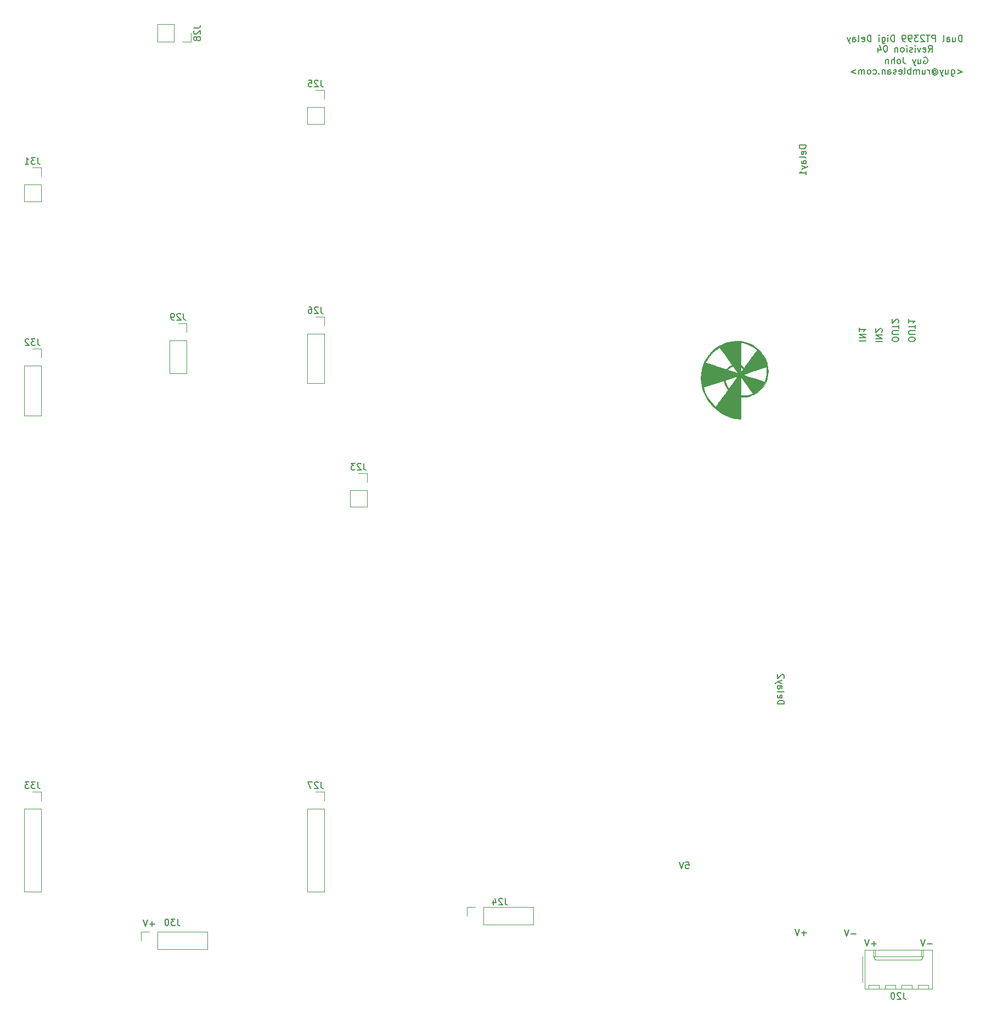
<source format=gbo>
%TF.GenerationSoftware,KiCad,Pcbnew,(6.0.0-0)*%
%TF.CreationDate,2022-02-13T10:21:47+00:00*%
%TF.ProjectId,dual-digi-delay,6475616c-2d64-4696-9769-2d64656c6179,r04*%
%TF.SameCoordinates,Original*%
%TF.FileFunction,Legend,Bot*%
%TF.FilePolarity,Positive*%
%FSLAX46Y46*%
G04 Gerber Fmt 4.6, Leading zero omitted, Abs format (unit mm)*
G04 Created by KiCad (PCBNEW (6.0.0-0)) date 2022-02-13 10:21:47*
%MOMM*%
%LPD*%
G01*
G04 APERTURE LIST*
%ADD10C,0.150000*%
%ADD11C,0.120000*%
%ADD12C,0.010000*%
G04 APERTURE END LIST*
D10*
X144470380Y-47522095D02*
X143470380Y-47522095D01*
X143470380Y-47760190D01*
X143518000Y-47903047D01*
X143613238Y-47998285D01*
X143708476Y-48045904D01*
X143898952Y-48093523D01*
X144041809Y-48093523D01*
X144232285Y-48045904D01*
X144327523Y-47998285D01*
X144422761Y-47903047D01*
X144470380Y-47760190D01*
X144470380Y-47522095D01*
X144422761Y-48903047D02*
X144470380Y-48807809D01*
X144470380Y-48617333D01*
X144422761Y-48522095D01*
X144327523Y-48474476D01*
X143946571Y-48474476D01*
X143851333Y-48522095D01*
X143803714Y-48617333D01*
X143803714Y-48807809D01*
X143851333Y-48903047D01*
X143946571Y-48950666D01*
X144041809Y-48950666D01*
X144137047Y-48474476D01*
X144470380Y-49522095D02*
X144422761Y-49426857D01*
X144327523Y-49379238D01*
X143470380Y-49379238D01*
X144470380Y-50331619D02*
X143946571Y-50331619D01*
X143851333Y-50284000D01*
X143803714Y-50188761D01*
X143803714Y-49998285D01*
X143851333Y-49903047D01*
X144422761Y-50331619D02*
X144470380Y-50236380D01*
X144470380Y-49998285D01*
X144422761Y-49903047D01*
X144327523Y-49855428D01*
X144232285Y-49855428D01*
X144137047Y-49903047D01*
X144089428Y-49998285D01*
X144089428Y-50236380D01*
X144041809Y-50331619D01*
X143803714Y-50712571D02*
X144470380Y-50950666D01*
X143803714Y-51188761D02*
X144470380Y-50950666D01*
X144708476Y-50855428D01*
X144756095Y-50807809D01*
X144803714Y-50712571D01*
X144470380Y-52093523D02*
X144470380Y-51522095D01*
X144470380Y-51807809D02*
X143470380Y-51807809D01*
X143613238Y-51712571D01*
X143708476Y-51617333D01*
X143756095Y-51522095D01*
X140136619Y-133706904D02*
X141136619Y-133706904D01*
X141136619Y-133468809D01*
X141089000Y-133325952D01*
X140993761Y-133230714D01*
X140898523Y-133183095D01*
X140708047Y-133135476D01*
X140565190Y-133135476D01*
X140374714Y-133183095D01*
X140279476Y-133230714D01*
X140184238Y-133325952D01*
X140136619Y-133468809D01*
X140136619Y-133706904D01*
X140184238Y-132325952D02*
X140136619Y-132421190D01*
X140136619Y-132611666D01*
X140184238Y-132706904D01*
X140279476Y-132754523D01*
X140660428Y-132754523D01*
X140755666Y-132706904D01*
X140803285Y-132611666D01*
X140803285Y-132421190D01*
X140755666Y-132325952D01*
X140660428Y-132278333D01*
X140565190Y-132278333D01*
X140469952Y-132754523D01*
X140136619Y-131706904D02*
X140184238Y-131802142D01*
X140279476Y-131849761D01*
X141136619Y-131849761D01*
X140136619Y-130897380D02*
X140660428Y-130897380D01*
X140755666Y-130945000D01*
X140803285Y-131040238D01*
X140803285Y-131230714D01*
X140755666Y-131325952D01*
X140184238Y-130897380D02*
X140136619Y-130992619D01*
X140136619Y-131230714D01*
X140184238Y-131325952D01*
X140279476Y-131373571D01*
X140374714Y-131373571D01*
X140469952Y-131325952D01*
X140517571Y-131230714D01*
X140517571Y-130992619D01*
X140565190Y-130897380D01*
X140803285Y-130516428D02*
X140136619Y-130278333D01*
X140803285Y-130040238D02*
X140136619Y-130278333D01*
X139898523Y-130373571D01*
X139850904Y-130421190D01*
X139803285Y-130516428D01*
X141041380Y-129706904D02*
X141089000Y-129659285D01*
X141136619Y-129564047D01*
X141136619Y-129325952D01*
X141089000Y-129230714D01*
X141041380Y-129183095D01*
X140946142Y-129135476D01*
X140850904Y-129135476D01*
X140708047Y-129183095D01*
X140136619Y-129754523D01*
X140136619Y-129135476D01*
X152193523Y-169108428D02*
X151431619Y-169108428D01*
X151098285Y-168489380D02*
X150764952Y-169489380D01*
X150431619Y-168489380D01*
X158789619Y-77549190D02*
X158789619Y-77358714D01*
X158742000Y-77263476D01*
X158646761Y-77168238D01*
X158456285Y-77120619D01*
X158122952Y-77120619D01*
X157932476Y-77168238D01*
X157837238Y-77263476D01*
X157789619Y-77358714D01*
X157789619Y-77549190D01*
X157837238Y-77644428D01*
X157932476Y-77739666D01*
X158122952Y-77787285D01*
X158456285Y-77787285D01*
X158646761Y-77739666D01*
X158742000Y-77644428D01*
X158789619Y-77549190D01*
X158789619Y-76692047D02*
X157980095Y-76692047D01*
X157884857Y-76644428D01*
X157837238Y-76596809D01*
X157789619Y-76501571D01*
X157789619Y-76311095D01*
X157837238Y-76215857D01*
X157884857Y-76168238D01*
X157980095Y-76120619D01*
X158789619Y-76120619D01*
X158789619Y-75787285D02*
X158789619Y-75215857D01*
X157789619Y-75501571D02*
X158789619Y-75501571D01*
X158694380Y-74930142D02*
X158742000Y-74882523D01*
X158789619Y-74787285D01*
X158789619Y-74549190D01*
X158742000Y-74453952D01*
X158694380Y-74406333D01*
X158599142Y-74358714D01*
X158503904Y-74358714D01*
X158361047Y-74406333D01*
X157789619Y-74977761D01*
X157789619Y-74358714D01*
X162710476Y-34001000D02*
X162805714Y-33953380D01*
X162948571Y-33953380D01*
X163091428Y-34001000D01*
X163186666Y-34096238D01*
X163234285Y-34191476D01*
X163281904Y-34381952D01*
X163281904Y-34524809D01*
X163234285Y-34715285D01*
X163186666Y-34810523D01*
X163091428Y-34905761D01*
X162948571Y-34953380D01*
X162853333Y-34953380D01*
X162710476Y-34905761D01*
X162662857Y-34858142D01*
X162662857Y-34524809D01*
X162853333Y-34524809D01*
X161805714Y-34286714D02*
X161805714Y-34953380D01*
X162234285Y-34286714D02*
X162234285Y-34810523D01*
X162186666Y-34905761D01*
X162091428Y-34953380D01*
X161948571Y-34953380D01*
X161853333Y-34905761D01*
X161805714Y-34858142D01*
X161424761Y-34286714D02*
X161186666Y-34953380D01*
X160948571Y-34286714D02*
X161186666Y-34953380D01*
X161281904Y-35191476D01*
X161329523Y-35239095D01*
X161424761Y-35286714D01*
X159520000Y-33953380D02*
X159520000Y-34667666D01*
X159567619Y-34810523D01*
X159662857Y-34905761D01*
X159805714Y-34953380D01*
X159900952Y-34953380D01*
X158900952Y-34953380D02*
X158996190Y-34905761D01*
X159043809Y-34858142D01*
X159091428Y-34762904D01*
X159091428Y-34477190D01*
X159043809Y-34381952D01*
X158996190Y-34334333D01*
X158900952Y-34286714D01*
X158758095Y-34286714D01*
X158662857Y-34334333D01*
X158615238Y-34381952D01*
X158567619Y-34477190D01*
X158567619Y-34762904D01*
X158615238Y-34858142D01*
X158662857Y-34905761D01*
X158758095Y-34953380D01*
X158900952Y-34953380D01*
X158139047Y-34953380D02*
X158139047Y-33953380D01*
X157710476Y-34953380D02*
X157710476Y-34429571D01*
X157758095Y-34334333D01*
X157853333Y-34286714D01*
X157996190Y-34286714D01*
X158091428Y-34334333D01*
X158139047Y-34381952D01*
X157234285Y-34286714D02*
X157234285Y-34953380D01*
X157234285Y-34381952D02*
X157186666Y-34334333D01*
X157091428Y-34286714D01*
X156948571Y-34286714D01*
X156853333Y-34334333D01*
X156805714Y-34429571D01*
X156805714Y-34953380D01*
X167853333Y-35896714D02*
X168615238Y-36182428D01*
X167853333Y-36468142D01*
X166948571Y-35896714D02*
X166948571Y-36706238D01*
X166996190Y-36801476D01*
X167043809Y-36849095D01*
X167139047Y-36896714D01*
X167281904Y-36896714D01*
X167377142Y-36849095D01*
X166948571Y-36515761D02*
X167043809Y-36563380D01*
X167234285Y-36563380D01*
X167329523Y-36515761D01*
X167377142Y-36468142D01*
X167424761Y-36372904D01*
X167424761Y-36087190D01*
X167377142Y-35991952D01*
X167329523Y-35944333D01*
X167234285Y-35896714D01*
X167043809Y-35896714D01*
X166948571Y-35944333D01*
X166043809Y-35896714D02*
X166043809Y-36563380D01*
X166472380Y-35896714D02*
X166472380Y-36420523D01*
X166424761Y-36515761D01*
X166329523Y-36563380D01*
X166186666Y-36563380D01*
X166091428Y-36515761D01*
X166043809Y-36468142D01*
X165662857Y-35896714D02*
X165424761Y-36563380D01*
X165186666Y-35896714D02*
X165424761Y-36563380D01*
X165520000Y-36801476D01*
X165567619Y-36849095D01*
X165662857Y-36896714D01*
X164186666Y-36087190D02*
X164234285Y-36039571D01*
X164329523Y-35991952D01*
X164424761Y-35991952D01*
X164520000Y-36039571D01*
X164567619Y-36087190D01*
X164615238Y-36182428D01*
X164615238Y-36277666D01*
X164567619Y-36372904D01*
X164520000Y-36420523D01*
X164424761Y-36468142D01*
X164329523Y-36468142D01*
X164234285Y-36420523D01*
X164186666Y-36372904D01*
X164186666Y-35991952D02*
X164186666Y-36372904D01*
X164139047Y-36420523D01*
X164091428Y-36420523D01*
X163996190Y-36372904D01*
X163948571Y-36277666D01*
X163948571Y-36039571D01*
X164043809Y-35896714D01*
X164186666Y-35801476D01*
X164377142Y-35753857D01*
X164567619Y-35801476D01*
X164710476Y-35896714D01*
X164805714Y-36039571D01*
X164853333Y-36230047D01*
X164805714Y-36420523D01*
X164710476Y-36563380D01*
X164567619Y-36658619D01*
X164377142Y-36706238D01*
X164186666Y-36658619D01*
X164043809Y-36563380D01*
X163520000Y-36563380D02*
X163520000Y-35896714D01*
X163520000Y-36087190D02*
X163472380Y-35991952D01*
X163424761Y-35944333D01*
X163329523Y-35896714D01*
X163234285Y-35896714D01*
X162472380Y-35896714D02*
X162472380Y-36563380D01*
X162900952Y-35896714D02*
X162900952Y-36420523D01*
X162853333Y-36515761D01*
X162758095Y-36563380D01*
X162615238Y-36563380D01*
X162520000Y-36515761D01*
X162472380Y-36468142D01*
X161996190Y-36563380D02*
X161996190Y-35896714D01*
X161996190Y-35991952D02*
X161948571Y-35944333D01*
X161853333Y-35896714D01*
X161710476Y-35896714D01*
X161615238Y-35944333D01*
X161567619Y-36039571D01*
X161567619Y-36563380D01*
X161567619Y-36039571D02*
X161520000Y-35944333D01*
X161424761Y-35896714D01*
X161281904Y-35896714D01*
X161186666Y-35944333D01*
X161139047Y-36039571D01*
X161139047Y-36563380D01*
X160662857Y-36563380D02*
X160662857Y-35563380D01*
X160662857Y-35944333D02*
X160567619Y-35896714D01*
X160377142Y-35896714D01*
X160281904Y-35944333D01*
X160234285Y-35991952D01*
X160186666Y-36087190D01*
X160186666Y-36372904D01*
X160234285Y-36468142D01*
X160281904Y-36515761D01*
X160377142Y-36563380D01*
X160567619Y-36563380D01*
X160662857Y-36515761D01*
X159615238Y-36563380D02*
X159710476Y-36515761D01*
X159758095Y-36420523D01*
X159758095Y-35563380D01*
X158853333Y-36515761D02*
X158948571Y-36563380D01*
X159139047Y-36563380D01*
X159234285Y-36515761D01*
X159281904Y-36420523D01*
X159281904Y-36039571D01*
X159234285Y-35944333D01*
X159139047Y-35896714D01*
X158948571Y-35896714D01*
X158853333Y-35944333D01*
X158805714Y-36039571D01*
X158805714Y-36134809D01*
X159281904Y-36230047D01*
X158424761Y-36515761D02*
X158329523Y-36563380D01*
X158139047Y-36563380D01*
X158043809Y-36515761D01*
X157996190Y-36420523D01*
X157996190Y-36372904D01*
X158043809Y-36277666D01*
X158139047Y-36230047D01*
X158281904Y-36230047D01*
X158377142Y-36182428D01*
X158424761Y-36087190D01*
X158424761Y-36039571D01*
X158377142Y-35944333D01*
X158281904Y-35896714D01*
X158139047Y-35896714D01*
X158043809Y-35944333D01*
X157139047Y-36563380D02*
X157139047Y-36039571D01*
X157186666Y-35944333D01*
X157281904Y-35896714D01*
X157472380Y-35896714D01*
X157567619Y-35944333D01*
X157139047Y-36515761D02*
X157234285Y-36563380D01*
X157472380Y-36563380D01*
X157567619Y-36515761D01*
X157615238Y-36420523D01*
X157615238Y-36325285D01*
X157567619Y-36230047D01*
X157472380Y-36182428D01*
X157234285Y-36182428D01*
X157139047Y-36134809D01*
X156662857Y-35896714D02*
X156662857Y-36563380D01*
X156662857Y-35991952D02*
X156615238Y-35944333D01*
X156520000Y-35896714D01*
X156377142Y-35896714D01*
X156281904Y-35944333D01*
X156234285Y-36039571D01*
X156234285Y-36563380D01*
X155758095Y-36468142D02*
X155710476Y-36515761D01*
X155758095Y-36563380D01*
X155805714Y-36515761D01*
X155758095Y-36468142D01*
X155758095Y-36563380D01*
X154853333Y-36515761D02*
X154948571Y-36563380D01*
X155139047Y-36563380D01*
X155234285Y-36515761D01*
X155281904Y-36468142D01*
X155329523Y-36372904D01*
X155329523Y-36087190D01*
X155281904Y-35991952D01*
X155234285Y-35944333D01*
X155139047Y-35896714D01*
X154948571Y-35896714D01*
X154853333Y-35944333D01*
X154281904Y-36563380D02*
X154377142Y-36515761D01*
X154424761Y-36468142D01*
X154472380Y-36372904D01*
X154472380Y-36087190D01*
X154424761Y-35991952D01*
X154377142Y-35944333D01*
X154281904Y-35896714D01*
X154139047Y-35896714D01*
X154043809Y-35944333D01*
X153996190Y-35991952D01*
X153948571Y-36087190D01*
X153948571Y-36372904D01*
X153996190Y-36468142D01*
X154043809Y-36515761D01*
X154139047Y-36563380D01*
X154281904Y-36563380D01*
X153520000Y-36563380D02*
X153520000Y-35896714D01*
X153520000Y-35991952D02*
X153472380Y-35944333D01*
X153377142Y-35896714D01*
X153234285Y-35896714D01*
X153139047Y-35944333D01*
X153091428Y-36039571D01*
X153091428Y-36563380D01*
X153091428Y-36039571D02*
X153043809Y-35944333D01*
X152948571Y-35896714D01*
X152805714Y-35896714D01*
X152710476Y-35944333D01*
X152662857Y-36039571D01*
X152662857Y-36563380D01*
X152186666Y-35896714D02*
X151424761Y-36182428D01*
X152186666Y-36468142D01*
X161329619Y-77549190D02*
X161329619Y-77358714D01*
X161282000Y-77263476D01*
X161186761Y-77168238D01*
X160996285Y-77120619D01*
X160662952Y-77120619D01*
X160472476Y-77168238D01*
X160377238Y-77263476D01*
X160329619Y-77358714D01*
X160329619Y-77549190D01*
X160377238Y-77644428D01*
X160472476Y-77739666D01*
X160662952Y-77787285D01*
X160996285Y-77787285D01*
X161186761Y-77739666D01*
X161282000Y-77644428D01*
X161329619Y-77549190D01*
X161329619Y-76692047D02*
X160520095Y-76692047D01*
X160424857Y-76644428D01*
X160377238Y-76596809D01*
X160329619Y-76501571D01*
X160329619Y-76311095D01*
X160377238Y-76215857D01*
X160424857Y-76168238D01*
X160520095Y-76120619D01*
X161329619Y-76120619D01*
X161329619Y-75787285D02*
X161329619Y-75215857D01*
X160329619Y-75501571D02*
X161329619Y-75501571D01*
X160329619Y-74358714D02*
X160329619Y-74930142D01*
X160329619Y-74644428D02*
X161329619Y-74644428D01*
X161186761Y-74739666D01*
X161091523Y-74834904D01*
X161043904Y-74930142D01*
X43989523Y-167584428D02*
X43227619Y-167584428D01*
X43608571Y-167965380D02*
X43608571Y-167203476D01*
X42894285Y-166965380D02*
X42560952Y-167965380D01*
X42227619Y-166965380D01*
X168575523Y-31524380D02*
X168575523Y-30524380D01*
X168337428Y-30524380D01*
X168194571Y-30572000D01*
X168099333Y-30667238D01*
X168051714Y-30762476D01*
X168004095Y-30952952D01*
X168004095Y-31095809D01*
X168051714Y-31286285D01*
X168099333Y-31381523D01*
X168194571Y-31476761D01*
X168337428Y-31524380D01*
X168575523Y-31524380D01*
X167146952Y-30857714D02*
X167146952Y-31524380D01*
X167575523Y-30857714D02*
X167575523Y-31381523D01*
X167527904Y-31476761D01*
X167432666Y-31524380D01*
X167289809Y-31524380D01*
X167194571Y-31476761D01*
X167146952Y-31429142D01*
X166242190Y-31524380D02*
X166242190Y-31000571D01*
X166289809Y-30905333D01*
X166385047Y-30857714D01*
X166575523Y-30857714D01*
X166670761Y-30905333D01*
X166242190Y-31476761D02*
X166337428Y-31524380D01*
X166575523Y-31524380D01*
X166670761Y-31476761D01*
X166718380Y-31381523D01*
X166718380Y-31286285D01*
X166670761Y-31191047D01*
X166575523Y-31143428D01*
X166337428Y-31143428D01*
X166242190Y-31095809D01*
X165623142Y-31524380D02*
X165718380Y-31476761D01*
X165766000Y-31381523D01*
X165766000Y-30524380D01*
X164480285Y-31524380D02*
X164480285Y-30524380D01*
X164099333Y-30524380D01*
X164004095Y-30572000D01*
X163956476Y-30619619D01*
X163908857Y-30714857D01*
X163908857Y-30857714D01*
X163956476Y-30952952D01*
X164004095Y-31000571D01*
X164099333Y-31048190D01*
X164480285Y-31048190D01*
X163623142Y-30524380D02*
X163051714Y-30524380D01*
X163337428Y-31524380D02*
X163337428Y-30524380D01*
X162766000Y-30619619D02*
X162718380Y-30572000D01*
X162623142Y-30524380D01*
X162385047Y-30524380D01*
X162289809Y-30572000D01*
X162242190Y-30619619D01*
X162194571Y-30714857D01*
X162194571Y-30810095D01*
X162242190Y-30952952D01*
X162813619Y-31524380D01*
X162194571Y-31524380D01*
X161861238Y-30524380D02*
X161242190Y-30524380D01*
X161575523Y-30905333D01*
X161432666Y-30905333D01*
X161337428Y-30952952D01*
X161289809Y-31000571D01*
X161242190Y-31095809D01*
X161242190Y-31333904D01*
X161289809Y-31429142D01*
X161337428Y-31476761D01*
X161432666Y-31524380D01*
X161718380Y-31524380D01*
X161813619Y-31476761D01*
X161861238Y-31429142D01*
X160766000Y-31524380D02*
X160575523Y-31524380D01*
X160480285Y-31476761D01*
X160432666Y-31429142D01*
X160337428Y-31286285D01*
X160289809Y-31095809D01*
X160289809Y-30714857D01*
X160337428Y-30619619D01*
X160385047Y-30572000D01*
X160480285Y-30524380D01*
X160670761Y-30524380D01*
X160766000Y-30572000D01*
X160813619Y-30619619D01*
X160861238Y-30714857D01*
X160861238Y-30952952D01*
X160813619Y-31048190D01*
X160766000Y-31095809D01*
X160670761Y-31143428D01*
X160480285Y-31143428D01*
X160385047Y-31095809D01*
X160337428Y-31048190D01*
X160289809Y-30952952D01*
X159813619Y-31524380D02*
X159623142Y-31524380D01*
X159527904Y-31476761D01*
X159480285Y-31429142D01*
X159385047Y-31286285D01*
X159337428Y-31095809D01*
X159337428Y-30714857D01*
X159385047Y-30619619D01*
X159432666Y-30572000D01*
X159527904Y-30524380D01*
X159718380Y-30524380D01*
X159813619Y-30572000D01*
X159861238Y-30619619D01*
X159908857Y-30714857D01*
X159908857Y-30952952D01*
X159861238Y-31048190D01*
X159813619Y-31095809D01*
X159718380Y-31143428D01*
X159527904Y-31143428D01*
X159432666Y-31095809D01*
X159385047Y-31048190D01*
X159337428Y-30952952D01*
X158146952Y-31524380D02*
X158146952Y-30524380D01*
X157908857Y-30524380D01*
X157766000Y-30572000D01*
X157670761Y-30667238D01*
X157623142Y-30762476D01*
X157575523Y-30952952D01*
X157575523Y-31095809D01*
X157623142Y-31286285D01*
X157670761Y-31381523D01*
X157766000Y-31476761D01*
X157908857Y-31524380D01*
X158146952Y-31524380D01*
X157146952Y-31524380D02*
X157146952Y-30857714D01*
X157146952Y-30524380D02*
X157194571Y-30572000D01*
X157146952Y-30619619D01*
X157099333Y-30572000D01*
X157146952Y-30524380D01*
X157146952Y-30619619D01*
X156242190Y-30857714D02*
X156242190Y-31667238D01*
X156289809Y-31762476D01*
X156337428Y-31810095D01*
X156432666Y-31857714D01*
X156575523Y-31857714D01*
X156670761Y-31810095D01*
X156242190Y-31476761D02*
X156337428Y-31524380D01*
X156527904Y-31524380D01*
X156623142Y-31476761D01*
X156670761Y-31429142D01*
X156718380Y-31333904D01*
X156718380Y-31048190D01*
X156670761Y-30952952D01*
X156623142Y-30905333D01*
X156527904Y-30857714D01*
X156337428Y-30857714D01*
X156242190Y-30905333D01*
X155766000Y-31524380D02*
X155766000Y-30857714D01*
X155766000Y-30524380D02*
X155813619Y-30572000D01*
X155766000Y-30619619D01*
X155718380Y-30572000D01*
X155766000Y-30524380D01*
X155766000Y-30619619D01*
X154527904Y-31524380D02*
X154527904Y-30524380D01*
X154289809Y-30524380D01*
X154146952Y-30572000D01*
X154051714Y-30667238D01*
X154004095Y-30762476D01*
X153956476Y-30952952D01*
X153956476Y-31095809D01*
X154004095Y-31286285D01*
X154051714Y-31381523D01*
X154146952Y-31476761D01*
X154289809Y-31524380D01*
X154527904Y-31524380D01*
X153146952Y-31476761D02*
X153242190Y-31524380D01*
X153432666Y-31524380D01*
X153527904Y-31476761D01*
X153575523Y-31381523D01*
X153575523Y-31000571D01*
X153527904Y-30905333D01*
X153432666Y-30857714D01*
X153242190Y-30857714D01*
X153146952Y-30905333D01*
X153099333Y-31000571D01*
X153099333Y-31095809D01*
X153575523Y-31191047D01*
X152527904Y-31524380D02*
X152623142Y-31476761D01*
X152670761Y-31381523D01*
X152670761Y-30524380D01*
X151718380Y-31524380D02*
X151718380Y-31000571D01*
X151766000Y-30905333D01*
X151861238Y-30857714D01*
X152051714Y-30857714D01*
X152146952Y-30905333D01*
X151718380Y-31476761D02*
X151813619Y-31524380D01*
X152051714Y-31524380D01*
X152146952Y-31476761D01*
X152194571Y-31381523D01*
X152194571Y-31286285D01*
X152146952Y-31191047D01*
X152051714Y-31143428D01*
X151813619Y-31143428D01*
X151718380Y-31095809D01*
X151337428Y-30857714D02*
X151099333Y-31524380D01*
X150861238Y-30857714D02*
X151099333Y-31524380D01*
X151194571Y-31762476D01*
X151242190Y-31810095D01*
X151337428Y-31857714D01*
X163385047Y-33134380D02*
X163718380Y-32658190D01*
X163956476Y-33134380D02*
X163956476Y-32134380D01*
X163575523Y-32134380D01*
X163480285Y-32182000D01*
X163432666Y-32229619D01*
X163385047Y-32324857D01*
X163385047Y-32467714D01*
X163432666Y-32562952D01*
X163480285Y-32610571D01*
X163575523Y-32658190D01*
X163956476Y-32658190D01*
X162575523Y-33086761D02*
X162670761Y-33134380D01*
X162861238Y-33134380D01*
X162956476Y-33086761D01*
X163004095Y-32991523D01*
X163004095Y-32610571D01*
X162956476Y-32515333D01*
X162861238Y-32467714D01*
X162670761Y-32467714D01*
X162575523Y-32515333D01*
X162527904Y-32610571D01*
X162527904Y-32705809D01*
X163004095Y-32801047D01*
X162194571Y-32467714D02*
X161956476Y-33134380D01*
X161718380Y-32467714D01*
X161337428Y-33134380D02*
X161337428Y-32467714D01*
X161337428Y-32134380D02*
X161385047Y-32182000D01*
X161337428Y-32229619D01*
X161289809Y-32182000D01*
X161337428Y-32134380D01*
X161337428Y-32229619D01*
X160908857Y-33086761D02*
X160813619Y-33134380D01*
X160623142Y-33134380D01*
X160527904Y-33086761D01*
X160480285Y-32991523D01*
X160480285Y-32943904D01*
X160527904Y-32848666D01*
X160623142Y-32801047D01*
X160766000Y-32801047D01*
X160861238Y-32753428D01*
X160908857Y-32658190D01*
X160908857Y-32610571D01*
X160861238Y-32515333D01*
X160766000Y-32467714D01*
X160623142Y-32467714D01*
X160527904Y-32515333D01*
X160051714Y-33134380D02*
X160051714Y-32467714D01*
X160051714Y-32134380D02*
X160099333Y-32182000D01*
X160051714Y-32229619D01*
X160004095Y-32182000D01*
X160051714Y-32134380D01*
X160051714Y-32229619D01*
X159432666Y-33134380D02*
X159527904Y-33086761D01*
X159575523Y-33039142D01*
X159623142Y-32943904D01*
X159623142Y-32658190D01*
X159575523Y-32562952D01*
X159527904Y-32515333D01*
X159432666Y-32467714D01*
X159289809Y-32467714D01*
X159194571Y-32515333D01*
X159146952Y-32562952D01*
X159099333Y-32658190D01*
X159099333Y-32943904D01*
X159146952Y-33039142D01*
X159194571Y-33086761D01*
X159289809Y-33134380D01*
X159432666Y-33134380D01*
X158670761Y-32467714D02*
X158670761Y-33134380D01*
X158670761Y-32562952D02*
X158623142Y-32515333D01*
X158527904Y-32467714D01*
X158385047Y-32467714D01*
X158289809Y-32515333D01*
X158242190Y-32610571D01*
X158242190Y-33134380D01*
X156813619Y-32134380D02*
X156718380Y-32134380D01*
X156623142Y-32182000D01*
X156575523Y-32229619D01*
X156527904Y-32324857D01*
X156480285Y-32515333D01*
X156480285Y-32753428D01*
X156527904Y-32943904D01*
X156575523Y-33039142D01*
X156623142Y-33086761D01*
X156718380Y-33134380D01*
X156813619Y-33134380D01*
X156908857Y-33086761D01*
X156956476Y-33039142D01*
X157004095Y-32943904D01*
X157051714Y-32753428D01*
X157051714Y-32515333D01*
X157004095Y-32324857D01*
X156956476Y-32229619D01*
X156908857Y-32182000D01*
X156813619Y-32134380D01*
X155623142Y-32467714D02*
X155623142Y-33134380D01*
X155861238Y-32086761D02*
X156099333Y-32801047D01*
X155480285Y-32801047D01*
X125920476Y-158075380D02*
X126396666Y-158075380D01*
X126444285Y-158551571D01*
X126396666Y-158503952D01*
X126301428Y-158456333D01*
X126063333Y-158456333D01*
X125968095Y-158503952D01*
X125920476Y-158551571D01*
X125872857Y-158646809D01*
X125872857Y-158884904D01*
X125920476Y-158980142D01*
X125968095Y-159027761D01*
X126063333Y-159075380D01*
X126301428Y-159075380D01*
X126396666Y-159027761D01*
X126444285Y-158980142D01*
X125587142Y-158075380D02*
X125253809Y-159075380D01*
X124920476Y-158075380D01*
X155368523Y-170632428D02*
X154606619Y-170632428D01*
X154987571Y-171013380D02*
X154987571Y-170251476D01*
X154273285Y-170013380D02*
X153939952Y-171013380D01*
X153606619Y-170013380D01*
X155249619Y-77835000D02*
X156249619Y-77835000D01*
X155249619Y-77358809D02*
X156249619Y-77358809D01*
X155249619Y-76787380D01*
X156249619Y-76787380D01*
X156154380Y-76358809D02*
X156202000Y-76311190D01*
X156249619Y-76215952D01*
X156249619Y-75977857D01*
X156202000Y-75882619D01*
X156154380Y-75835000D01*
X156059142Y-75787380D01*
X155963904Y-75787380D01*
X155821047Y-75835000D01*
X155249619Y-76406428D01*
X155249619Y-75787380D01*
X152709619Y-77708000D02*
X153709619Y-77708000D01*
X152709619Y-77231809D02*
X153709619Y-77231809D01*
X152709619Y-76660380D01*
X153709619Y-76660380D01*
X152709619Y-75660380D02*
X152709619Y-76231809D01*
X152709619Y-75946095D02*
X153709619Y-75946095D01*
X153566761Y-76041333D01*
X153471523Y-76136571D01*
X153423904Y-76231809D01*
X164004523Y-170632428D02*
X163242619Y-170632428D01*
X162909285Y-170013380D02*
X162575952Y-171013380D01*
X162242619Y-170013380D01*
X144573523Y-168981428D02*
X143811619Y-168981428D01*
X144192571Y-169362380D02*
X144192571Y-168600476D01*
X143478285Y-168362380D02*
X143144952Y-169362380D01*
X142811619Y-168362380D01*
%TO.C,J23*%
X76247523Y-96563380D02*
X76247523Y-97277666D01*
X76295142Y-97420523D01*
X76390380Y-97515761D01*
X76533238Y-97563380D01*
X76628476Y-97563380D01*
X75818952Y-96658619D02*
X75771333Y-96611000D01*
X75676095Y-96563380D01*
X75438000Y-96563380D01*
X75342761Y-96611000D01*
X75295142Y-96658619D01*
X75247523Y-96753857D01*
X75247523Y-96849095D01*
X75295142Y-96991952D01*
X75866571Y-97563380D01*
X75247523Y-97563380D01*
X74914190Y-96563380D02*
X74295142Y-96563380D01*
X74628476Y-96944333D01*
X74485619Y-96944333D01*
X74390380Y-96991952D01*
X74342761Y-97039571D01*
X74295142Y-97134809D01*
X74295142Y-97372904D01*
X74342761Y-97468142D01*
X74390380Y-97515761D01*
X74485619Y-97563380D01*
X74771333Y-97563380D01*
X74866571Y-97515761D01*
X74914190Y-97468142D01*
%TO.C,J30*%
X47545523Y-166838380D02*
X47545523Y-167552666D01*
X47593142Y-167695523D01*
X47688380Y-167790761D01*
X47831238Y-167838380D01*
X47926476Y-167838380D01*
X47164571Y-166838380D02*
X46545523Y-166838380D01*
X46878857Y-167219333D01*
X46736000Y-167219333D01*
X46640761Y-167266952D01*
X46593142Y-167314571D01*
X46545523Y-167409809D01*
X46545523Y-167647904D01*
X46593142Y-167743142D01*
X46640761Y-167790761D01*
X46736000Y-167838380D01*
X47021714Y-167838380D01*
X47116952Y-167790761D01*
X47164571Y-167743142D01*
X45926476Y-166838380D02*
X45831238Y-166838380D01*
X45736000Y-166886000D01*
X45688380Y-166933619D01*
X45640761Y-167028857D01*
X45593142Y-167219333D01*
X45593142Y-167457428D01*
X45640761Y-167647904D01*
X45688380Y-167743142D01*
X45736000Y-167790761D01*
X45831238Y-167838380D01*
X45926476Y-167838380D01*
X46021714Y-167790761D01*
X46069333Y-167743142D01*
X46116952Y-167647904D01*
X46164571Y-167457428D01*
X46164571Y-167219333D01*
X46116952Y-167028857D01*
X46069333Y-166933619D01*
X46021714Y-166886000D01*
X45926476Y-166838380D01*
%TO.C,J32*%
X25955523Y-77386380D02*
X25955523Y-78100666D01*
X26003142Y-78243523D01*
X26098380Y-78338761D01*
X26241238Y-78386380D01*
X26336476Y-78386380D01*
X25574571Y-77386380D02*
X24955523Y-77386380D01*
X25288857Y-77767333D01*
X25146000Y-77767333D01*
X25050761Y-77814952D01*
X25003142Y-77862571D01*
X24955523Y-77957809D01*
X24955523Y-78195904D01*
X25003142Y-78291142D01*
X25050761Y-78338761D01*
X25146000Y-78386380D01*
X25431714Y-78386380D01*
X25526952Y-78338761D01*
X25574571Y-78291142D01*
X24574571Y-77481619D02*
X24526952Y-77434000D01*
X24431714Y-77386380D01*
X24193619Y-77386380D01*
X24098380Y-77434000D01*
X24050761Y-77481619D01*
X24003142Y-77576857D01*
X24003142Y-77672095D01*
X24050761Y-77814952D01*
X24622190Y-78386380D01*
X24003142Y-78386380D01*
%TO.C,J24*%
X98091523Y-163663380D02*
X98091523Y-164377666D01*
X98139142Y-164520523D01*
X98234380Y-164615761D01*
X98377238Y-164663380D01*
X98472476Y-164663380D01*
X97662952Y-163758619D02*
X97615333Y-163711000D01*
X97520095Y-163663380D01*
X97282000Y-163663380D01*
X97186761Y-163711000D01*
X97139142Y-163758619D01*
X97091523Y-163853857D01*
X97091523Y-163949095D01*
X97139142Y-164091952D01*
X97710571Y-164663380D01*
X97091523Y-164663380D01*
X96234380Y-163996714D02*
X96234380Y-164663380D01*
X96472476Y-163615761D02*
X96710571Y-164330047D01*
X96091523Y-164330047D01*
%TO.C,J20*%
X159559523Y-178197380D02*
X159559523Y-178911666D01*
X159607142Y-179054523D01*
X159702380Y-179149761D01*
X159845238Y-179197380D01*
X159940476Y-179197380D01*
X159130952Y-178292619D02*
X159083333Y-178245000D01*
X158988095Y-178197380D01*
X158750000Y-178197380D01*
X158654761Y-178245000D01*
X158607142Y-178292619D01*
X158559523Y-178387857D01*
X158559523Y-178483095D01*
X158607142Y-178625952D01*
X159178571Y-179197380D01*
X158559523Y-179197380D01*
X157940476Y-178197380D02*
X157845238Y-178197380D01*
X157750000Y-178245000D01*
X157702380Y-178292619D01*
X157654761Y-178387857D01*
X157607142Y-178578333D01*
X157607142Y-178816428D01*
X157654761Y-179006904D01*
X157702380Y-179102142D01*
X157750000Y-179149761D01*
X157845238Y-179197380D01*
X157940476Y-179197380D01*
X158035714Y-179149761D01*
X158083333Y-179102142D01*
X158130952Y-179006904D01*
X158178571Y-178816428D01*
X158178571Y-178578333D01*
X158130952Y-178387857D01*
X158083333Y-178292619D01*
X158035714Y-178245000D01*
X157940476Y-178197380D01*
%TO.C,J25*%
X69643523Y-37508380D02*
X69643523Y-38222666D01*
X69691142Y-38365523D01*
X69786380Y-38460761D01*
X69929238Y-38508380D01*
X70024476Y-38508380D01*
X69214952Y-37603619D02*
X69167333Y-37556000D01*
X69072095Y-37508380D01*
X68834000Y-37508380D01*
X68738761Y-37556000D01*
X68691142Y-37603619D01*
X68643523Y-37698857D01*
X68643523Y-37794095D01*
X68691142Y-37936952D01*
X69262571Y-38508380D01*
X68643523Y-38508380D01*
X67738761Y-37508380D02*
X68214952Y-37508380D01*
X68262571Y-37984571D01*
X68214952Y-37936952D01*
X68119714Y-37889333D01*
X67881619Y-37889333D01*
X67786380Y-37936952D01*
X67738761Y-37984571D01*
X67691142Y-38079809D01*
X67691142Y-38317904D01*
X67738761Y-38413142D01*
X67786380Y-38460761D01*
X67881619Y-38508380D01*
X68119714Y-38508380D01*
X68214952Y-38460761D01*
X68262571Y-38413142D01*
%TO.C,J28*%
X50042380Y-29416476D02*
X50756666Y-29416476D01*
X50899523Y-29368857D01*
X50994761Y-29273619D01*
X51042380Y-29130761D01*
X51042380Y-29035523D01*
X50137619Y-29845047D02*
X50090000Y-29892666D01*
X50042380Y-29987904D01*
X50042380Y-30226000D01*
X50090000Y-30321238D01*
X50137619Y-30368857D01*
X50232857Y-30416476D01*
X50328095Y-30416476D01*
X50470952Y-30368857D01*
X51042380Y-29797428D01*
X51042380Y-30416476D01*
X50470952Y-30987904D02*
X50423333Y-30892666D01*
X50375714Y-30845047D01*
X50280476Y-30797428D01*
X50232857Y-30797428D01*
X50137619Y-30845047D01*
X50090000Y-30892666D01*
X50042380Y-30987904D01*
X50042380Y-31178380D01*
X50090000Y-31273619D01*
X50137619Y-31321238D01*
X50232857Y-31368857D01*
X50280476Y-31368857D01*
X50375714Y-31321238D01*
X50423333Y-31273619D01*
X50470952Y-31178380D01*
X50470952Y-30987904D01*
X50518571Y-30892666D01*
X50566190Y-30845047D01*
X50661428Y-30797428D01*
X50851904Y-30797428D01*
X50947142Y-30845047D01*
X50994761Y-30892666D01*
X51042380Y-30987904D01*
X51042380Y-31178380D01*
X50994761Y-31273619D01*
X50947142Y-31321238D01*
X50851904Y-31368857D01*
X50661428Y-31368857D01*
X50566190Y-31321238D01*
X50518571Y-31273619D01*
X50470952Y-31178380D01*
%TO.C,J31*%
X25955523Y-49446380D02*
X25955523Y-50160666D01*
X26003142Y-50303523D01*
X26098380Y-50398761D01*
X26241238Y-50446380D01*
X26336476Y-50446380D01*
X25574571Y-49446380D02*
X24955523Y-49446380D01*
X25288857Y-49827333D01*
X25146000Y-49827333D01*
X25050761Y-49874952D01*
X25003142Y-49922571D01*
X24955523Y-50017809D01*
X24955523Y-50255904D01*
X25003142Y-50351142D01*
X25050761Y-50398761D01*
X25146000Y-50446380D01*
X25431714Y-50446380D01*
X25526952Y-50398761D01*
X25574571Y-50351142D01*
X24003142Y-50446380D02*
X24574571Y-50446380D01*
X24288857Y-50446380D02*
X24288857Y-49446380D01*
X24384095Y-49589238D01*
X24479333Y-49684476D01*
X24574571Y-49732095D01*
%TO.C,J33*%
X25955523Y-145712380D02*
X25955523Y-146426666D01*
X26003142Y-146569523D01*
X26098380Y-146664761D01*
X26241238Y-146712380D01*
X26336476Y-146712380D01*
X25574571Y-145712380D02*
X24955523Y-145712380D01*
X25288857Y-146093333D01*
X25146000Y-146093333D01*
X25050761Y-146140952D01*
X25003142Y-146188571D01*
X24955523Y-146283809D01*
X24955523Y-146521904D01*
X25003142Y-146617142D01*
X25050761Y-146664761D01*
X25146000Y-146712380D01*
X25431714Y-146712380D01*
X25526952Y-146664761D01*
X25574571Y-146617142D01*
X24622190Y-145712380D02*
X24003142Y-145712380D01*
X24336476Y-146093333D01*
X24193619Y-146093333D01*
X24098380Y-146140952D01*
X24050761Y-146188571D01*
X24003142Y-146283809D01*
X24003142Y-146521904D01*
X24050761Y-146617142D01*
X24098380Y-146664761D01*
X24193619Y-146712380D01*
X24479333Y-146712380D01*
X24574571Y-146664761D01*
X24622190Y-146617142D01*
%TO.C,J27*%
X69643523Y-145712380D02*
X69643523Y-146426666D01*
X69691142Y-146569523D01*
X69786380Y-146664761D01*
X69929238Y-146712380D01*
X70024476Y-146712380D01*
X69214952Y-145807619D02*
X69167333Y-145760000D01*
X69072095Y-145712380D01*
X68834000Y-145712380D01*
X68738761Y-145760000D01*
X68691142Y-145807619D01*
X68643523Y-145902857D01*
X68643523Y-145998095D01*
X68691142Y-146140952D01*
X69262571Y-146712380D01*
X68643523Y-146712380D01*
X68310190Y-145712380D02*
X67643523Y-145712380D01*
X68072095Y-146712380D01*
%TO.C,J26*%
X69643523Y-72433380D02*
X69643523Y-73147666D01*
X69691142Y-73290523D01*
X69786380Y-73385761D01*
X69929238Y-73433380D01*
X70024476Y-73433380D01*
X69214952Y-72528619D02*
X69167333Y-72481000D01*
X69072095Y-72433380D01*
X68834000Y-72433380D01*
X68738761Y-72481000D01*
X68691142Y-72528619D01*
X68643523Y-72623857D01*
X68643523Y-72719095D01*
X68691142Y-72861952D01*
X69262571Y-73433380D01*
X68643523Y-73433380D01*
X67786380Y-72433380D02*
X67976857Y-72433380D01*
X68072095Y-72481000D01*
X68119714Y-72528619D01*
X68214952Y-72671476D01*
X68262571Y-72861952D01*
X68262571Y-73242904D01*
X68214952Y-73338142D01*
X68167333Y-73385761D01*
X68072095Y-73433380D01*
X67881619Y-73433380D01*
X67786380Y-73385761D01*
X67738761Y-73338142D01*
X67691142Y-73242904D01*
X67691142Y-73004809D01*
X67738761Y-72909571D01*
X67786380Y-72861952D01*
X67881619Y-72814333D01*
X68072095Y-72814333D01*
X68167333Y-72861952D01*
X68214952Y-72909571D01*
X68262571Y-73004809D01*
%TO.C,J29*%
X48434523Y-73449380D02*
X48434523Y-74163666D01*
X48482142Y-74306523D01*
X48577380Y-74401761D01*
X48720238Y-74449380D01*
X48815476Y-74449380D01*
X48005952Y-73544619D02*
X47958333Y-73497000D01*
X47863095Y-73449380D01*
X47625000Y-73449380D01*
X47529761Y-73497000D01*
X47482142Y-73544619D01*
X47434523Y-73639857D01*
X47434523Y-73735095D01*
X47482142Y-73877952D01*
X48053571Y-74449380D01*
X47434523Y-74449380D01*
X46958333Y-74449380D02*
X46767857Y-74449380D01*
X46672619Y-74401761D01*
X46625000Y-74354142D01*
X46529761Y-74211285D01*
X46482142Y-74020809D01*
X46482142Y-73639857D01*
X46529761Y-73544619D01*
X46577380Y-73497000D01*
X46672619Y-73449380D01*
X46863095Y-73449380D01*
X46958333Y-73497000D01*
X47005952Y-73544619D01*
X47053571Y-73639857D01*
X47053571Y-73877952D01*
X47005952Y-73973190D01*
X46958333Y-74020809D01*
X46863095Y-74068428D01*
X46672619Y-74068428D01*
X46577380Y-74020809D01*
X46529761Y-73973190D01*
X46482142Y-73877952D01*
D11*
%TO.C,J23*%
X76768000Y-100711000D02*
X74108000Y-100711000D01*
X76768000Y-99441000D02*
X76768000Y-98111000D01*
X76768000Y-98111000D02*
X75438000Y-98111000D01*
X76768000Y-100711000D02*
X76768000Y-103311000D01*
X76768000Y-103311000D02*
X74108000Y-103311000D01*
X74108000Y-100711000D02*
X74108000Y-103311000D01*
%TO.C,J30*%
X52130000Y-168850000D02*
X52130000Y-171510000D01*
X44450000Y-168850000D02*
X44450000Y-171510000D01*
X44450000Y-168850000D02*
X52130000Y-168850000D01*
X41850000Y-168850000D02*
X41850000Y-170180000D01*
X43180000Y-168850000D02*
X41850000Y-168850000D01*
X44450000Y-171510000D02*
X52130000Y-171510000D01*
%TO.C,J32*%
X26476000Y-80264000D02*
X26476000Y-78934000D01*
X26476000Y-81534000D02*
X26476000Y-89214000D01*
X23816000Y-81534000D02*
X23816000Y-89214000D01*
X26476000Y-81534000D02*
X23816000Y-81534000D01*
X26476000Y-89214000D02*
X23816000Y-89214000D01*
X26476000Y-78934000D02*
X25146000Y-78934000D01*
%TO.C,J24*%
X93472000Y-165040000D02*
X92142000Y-165040000D01*
X102422000Y-165040000D02*
X102422000Y-167700000D01*
X94742000Y-165040000D02*
X102422000Y-165040000D01*
X94742000Y-165040000D02*
X94742000Y-167700000D01*
X94742000Y-167700000D02*
X102422000Y-167700000D01*
X92142000Y-165040000D02*
X92142000Y-166370000D01*
%TO.C,J20*%
X155190000Y-173165000D02*
X162310000Y-173165000D01*
X154940000Y-172635000D02*
X155190000Y-173165000D01*
X154940000Y-172635000D02*
X162560000Y-172635000D01*
X156680000Y-177655000D02*
X156680000Y-177055000D01*
X153560000Y-177655000D02*
X153560000Y-171635000D01*
X154940000Y-171635000D02*
X154940000Y-172635000D01*
X155190000Y-171635000D02*
X155190000Y-172635000D01*
X162310000Y-173165000D02*
X162560000Y-172635000D01*
X153560000Y-171635000D02*
X163940000Y-171635000D01*
X154140000Y-177655000D02*
X154140000Y-177055000D01*
X160820000Y-177055000D02*
X160820000Y-177655000D01*
X156680000Y-177055000D02*
X158280000Y-177055000D01*
X154140000Y-177055000D02*
X155740000Y-177055000D01*
X162560000Y-172635000D02*
X162560000Y-171635000D01*
X159220000Y-177055000D02*
X160820000Y-177055000D01*
X159220000Y-177655000D02*
X159220000Y-177055000D01*
X163360000Y-177055000D02*
X163360000Y-177655000D01*
X155740000Y-177055000D02*
X155740000Y-177655000D01*
X163940000Y-171635000D02*
X163940000Y-177655000D01*
X163940000Y-177655000D02*
X153560000Y-177655000D01*
X161760000Y-177055000D02*
X163360000Y-177055000D01*
X162310000Y-171635000D02*
X162310000Y-172635000D01*
X161760000Y-177655000D02*
X161760000Y-177055000D01*
X153270000Y-176625000D02*
X153270000Y-172625000D01*
X158280000Y-177055000D02*
X158280000Y-177655000D01*
%TO.C,J25*%
X67504000Y-41656000D02*
X67504000Y-44256000D01*
X70164000Y-40386000D02*
X70164000Y-39056000D01*
X70164000Y-44256000D02*
X67504000Y-44256000D01*
X70164000Y-41656000D02*
X67504000Y-41656000D01*
X70164000Y-39056000D02*
X68834000Y-39056000D01*
X70164000Y-41656000D02*
X70164000Y-44256000D01*
%TO.C,J28*%
X48260000Y-31556000D02*
X49590000Y-31556000D01*
X46990000Y-31556000D02*
X44390000Y-31556000D01*
X44390000Y-31556000D02*
X44390000Y-28896000D01*
X46990000Y-31556000D02*
X46990000Y-28896000D01*
X49590000Y-31556000D02*
X49590000Y-30226000D01*
X46990000Y-28896000D02*
X44390000Y-28896000D01*
%TO.C,J31*%
X26476000Y-53594000D02*
X26476000Y-56194000D01*
X26476000Y-50994000D02*
X25146000Y-50994000D01*
X23816000Y-53594000D02*
X23816000Y-56194000D01*
X26476000Y-53594000D02*
X23816000Y-53594000D01*
X26476000Y-56194000D02*
X23816000Y-56194000D01*
X26476000Y-52324000D02*
X26476000Y-50994000D01*
%TO.C,J33*%
X26476000Y-147260000D02*
X25146000Y-147260000D01*
X26476000Y-149860000D02*
X26476000Y-162620000D01*
X26476000Y-162620000D02*
X23816000Y-162620000D01*
X23816000Y-149860000D02*
X23816000Y-162620000D01*
X26476000Y-148590000D02*
X26476000Y-147260000D01*
X26476000Y-149860000D02*
X23816000Y-149860000D01*
%TO.C,J27*%
X70164000Y-149860000D02*
X70164000Y-162620000D01*
X70164000Y-148590000D02*
X70164000Y-147260000D01*
X67504000Y-149860000D02*
X67504000Y-162620000D01*
X70164000Y-147260000D02*
X68834000Y-147260000D01*
X70164000Y-149860000D02*
X67504000Y-149860000D01*
X70164000Y-162620000D02*
X67504000Y-162620000D01*
D12*
%TO.C,H19*%
X133079201Y-77759797D02*
X132509062Y-77873106D01*
X132509062Y-77873106D02*
X132161672Y-77974846D01*
X132161672Y-77974846D02*
X131600132Y-78195058D01*
X131600132Y-78195058D02*
X131068343Y-78473445D01*
X131068343Y-78473445D02*
X130570563Y-78805717D01*
X130570563Y-78805717D02*
X130111049Y-79187585D01*
X130111049Y-79187585D02*
X129694056Y-79614760D01*
X129694056Y-79614760D02*
X129323843Y-80082952D01*
X129323843Y-80082952D02*
X129004666Y-80587872D01*
X129004666Y-80587872D02*
X128740782Y-81125229D01*
X128740782Y-81125229D02*
X128564696Y-81599380D01*
X128564696Y-81599380D02*
X128406567Y-82204990D01*
X128406567Y-82204990D02*
X128314390Y-82819950D01*
X128314390Y-82819950D02*
X128287780Y-83439934D01*
X128287780Y-83439934D02*
X128326351Y-84060615D01*
X128326351Y-84060615D02*
X128429717Y-84677669D01*
X128429717Y-84677669D02*
X128597493Y-85286767D01*
X128597493Y-85286767D02*
X128829293Y-85883585D01*
X128829293Y-85883585D02*
X128973547Y-86184792D01*
X128973547Y-86184792D02*
X129304007Y-86759105D01*
X129304007Y-86759105D02*
X129685502Y-87291309D01*
X129685502Y-87291309D02*
X130114432Y-87778669D01*
X130114432Y-87778669D02*
X130587198Y-88218449D01*
X130587198Y-88218449D02*
X131100201Y-88607913D01*
X131100201Y-88607913D02*
X131649840Y-88944326D01*
X131649840Y-88944326D02*
X132232515Y-89224954D01*
X132232515Y-89224954D02*
X132844628Y-89447060D01*
X132844628Y-89447060D02*
X133476629Y-89606721D01*
X133476629Y-89606721D02*
X133714762Y-89651242D01*
X133714762Y-89651242D02*
X133931191Y-89685760D01*
X133931191Y-89685760D02*
X134116619Y-89709246D01*
X134116619Y-89709246D02*
X134261747Y-89720669D01*
X134261747Y-89720669D02*
X134357280Y-89718998D01*
X134357280Y-89718998D02*
X134391230Y-89708103D01*
X134391230Y-89708103D02*
X134396232Y-89670104D01*
X134396232Y-89670104D02*
X134400909Y-89570944D01*
X134400909Y-89570944D02*
X134405163Y-89417195D01*
X134405163Y-89417195D02*
X134408897Y-89215429D01*
X134408897Y-89215429D02*
X134412012Y-88972218D01*
X134412012Y-88972218D02*
X134414409Y-88694133D01*
X134414409Y-88694133D02*
X134415992Y-88387748D01*
X134415992Y-88387748D02*
X134416662Y-88059634D01*
X134416662Y-88059634D02*
X134416678Y-88003002D01*
X134416678Y-88003002D02*
X134416726Y-86323780D01*
X134416726Y-86323780D02*
X134899278Y-86319638D01*
X134899278Y-86319638D02*
X135270825Y-86302497D01*
X135270825Y-86302497D02*
X135603225Y-86254387D01*
X135603225Y-86254387D02*
X135920015Y-86169995D01*
X135920015Y-86169995D02*
X136244731Y-86044012D01*
X136244731Y-86044012D02*
X136364891Y-85988977D01*
X136364891Y-85988977D02*
X136718381Y-85794184D01*
X136718381Y-85794184D02*
X136279297Y-85794184D01*
X136279297Y-85794184D02*
X136248343Y-85826546D01*
X136248343Y-85826546D02*
X136163759Y-85869674D01*
X136163759Y-85869674D02*
X136037960Y-85919309D01*
X136037960Y-85919309D02*
X135883360Y-85971189D01*
X135883360Y-85971189D02*
X135712375Y-86021054D01*
X135712375Y-86021054D02*
X135537420Y-86064644D01*
X135537420Y-86064644D02*
X135420431Y-86088919D01*
X135420431Y-86088919D02*
X135307701Y-86104182D01*
X135307701Y-86104182D02*
X135161986Y-86115675D01*
X135161986Y-86115675D02*
X134998274Y-86123222D01*
X134998274Y-86123222D02*
X134831550Y-86126648D01*
X134831550Y-86126648D02*
X134676800Y-86125777D01*
X134676800Y-86125777D02*
X134549012Y-86120434D01*
X134549012Y-86120434D02*
X134463170Y-86110443D01*
X134463170Y-86110443D02*
X134435927Y-86100453D01*
X134435927Y-86100453D02*
X134431864Y-86063366D01*
X134431864Y-86063366D02*
X134428488Y-85965660D01*
X134428488Y-85965660D02*
X134425854Y-85814446D01*
X134425854Y-85814446D02*
X134424017Y-85616835D01*
X134424017Y-85616835D02*
X134423032Y-85379938D01*
X134423032Y-85379938D02*
X134423010Y-85303808D01*
X134423010Y-85303808D02*
X132427788Y-85303808D01*
X132427788Y-85303808D02*
X132393795Y-85354566D01*
X132393795Y-85354566D02*
X132326207Y-85450435D01*
X132326207Y-85450435D02*
X132229796Y-85584923D01*
X132229796Y-85584923D02*
X132109332Y-85751541D01*
X132109332Y-85751541D02*
X131969588Y-85943797D01*
X131969588Y-85943797D02*
X131815336Y-86155201D01*
X131815336Y-86155201D02*
X131651346Y-86379263D01*
X131651346Y-86379263D02*
X131482390Y-86609492D01*
X131482390Y-86609492D02*
X131313241Y-86839397D01*
X131313241Y-86839397D02*
X131148668Y-87062489D01*
X131148668Y-87062489D02*
X130993445Y-87272276D01*
X130993445Y-87272276D02*
X130852343Y-87462269D01*
X130852343Y-87462269D02*
X130730133Y-87625976D01*
X130730133Y-87625976D02*
X130631586Y-87756907D01*
X130631586Y-87756907D02*
X130561475Y-87848572D01*
X130561475Y-87848572D02*
X130524571Y-87894480D01*
X130524571Y-87894480D02*
X130520210Y-87898580D01*
X130520210Y-87898580D02*
X130488497Y-87875507D01*
X130488497Y-87875507D02*
X130421551Y-87813237D01*
X130421551Y-87813237D02*
X130330243Y-87722191D01*
X130330243Y-87722191D02*
X130257333Y-87646581D01*
X130257333Y-87646581D02*
X129825413Y-87147052D01*
X129825413Y-87147052D02*
X129450237Y-86618747D01*
X129450237Y-86618747D02*
X129134438Y-86066158D01*
X129134438Y-86066158D02*
X128880649Y-85493778D01*
X128880649Y-85493778D02*
X128727178Y-85035586D01*
X128727178Y-85035586D02*
X128668199Y-84831126D01*
X128668199Y-84831126D02*
X130222122Y-84327716D01*
X130222122Y-84327716D02*
X130532038Y-84227662D01*
X130532038Y-84227662D02*
X130821829Y-84134777D01*
X130821829Y-84134777D02*
X131085231Y-84051020D01*
X131085231Y-84051020D02*
X131315978Y-83978351D01*
X131315978Y-83978351D02*
X131507805Y-83918732D01*
X131507805Y-83918732D02*
X131654449Y-83874122D01*
X131654449Y-83874122D02*
X131749643Y-83846482D01*
X131749643Y-83846482D02*
X131787123Y-83837772D01*
X131787123Y-83837772D02*
X131787414Y-83837910D01*
X131787414Y-83837910D02*
X131800525Y-83875162D01*
X131800525Y-83875162D02*
X131824393Y-83960500D01*
X131824393Y-83960500D02*
X131854062Y-84076123D01*
X131854062Y-84076123D02*
X131856692Y-84086773D01*
X131856692Y-84086773D02*
X131957570Y-84397344D01*
X131957570Y-84397344D02*
X132106332Y-84717898D01*
X132106332Y-84717898D02*
X132292016Y-85024874D01*
X132292016Y-85024874D02*
X132295480Y-85029914D01*
X132295480Y-85029914D02*
X132378157Y-85159934D01*
X132378157Y-85159934D02*
X132423320Y-85253999D01*
X132423320Y-85253999D02*
X132427788Y-85303808D01*
X132427788Y-85303808D02*
X134423010Y-85303808D01*
X134423010Y-85303808D02*
X134422954Y-85110866D01*
X134422954Y-85110866D02*
X134423837Y-84816731D01*
X134423837Y-84816731D02*
X134424725Y-84651266D01*
X134424725Y-84651266D02*
X134433563Y-83222206D01*
X134433563Y-83222206D02*
X135356430Y-84491363D01*
X135356430Y-84491363D02*
X135544233Y-84750342D01*
X135544233Y-84750342D02*
X135719210Y-84992996D01*
X135719210Y-84992996D02*
X135877420Y-85213763D01*
X135877420Y-85213763D02*
X136014924Y-85407082D01*
X136014924Y-85407082D02*
X136127780Y-85567389D01*
X136127780Y-85567389D02*
X136212051Y-85689123D01*
X136212051Y-85689123D02*
X136263794Y-85766721D01*
X136263794Y-85766721D02*
X136279297Y-85794184D01*
X136279297Y-85794184D02*
X136718381Y-85794184D01*
X136718381Y-85794184D02*
X136822638Y-85736733D01*
X136822638Y-85736733D02*
X137233547Y-85438089D01*
X137233547Y-85438089D02*
X137595816Y-85097231D01*
X137595816Y-85097231D02*
X137907646Y-84718349D01*
X137907646Y-84718349D02*
X138167236Y-84305632D01*
X138167236Y-84305632D02*
X138372787Y-83863268D01*
X138372787Y-83863268D02*
X138522496Y-83395446D01*
X138522496Y-83395446D02*
X138614566Y-82906354D01*
X138614566Y-82906354D02*
X138647194Y-82400182D01*
X138647194Y-82400182D02*
X138642422Y-82313606D01*
X138642422Y-82313606D02*
X138445960Y-82313606D01*
X138445960Y-82313606D02*
X138441712Y-82516717D01*
X138441712Y-82516717D02*
X138429644Y-82720850D01*
X138429644Y-82720850D02*
X138409452Y-82914932D01*
X138409452Y-82914932D02*
X138396197Y-83004847D01*
X138396197Y-83004847D02*
X138358355Y-83202690D01*
X138358355Y-83202690D02*
X138311548Y-83399236D01*
X138311548Y-83399236D02*
X138259335Y-83583977D01*
X138259335Y-83583977D02*
X138205275Y-83746402D01*
X138205275Y-83746402D02*
X138152927Y-83876002D01*
X138152927Y-83876002D02*
X138105849Y-83962270D01*
X138105849Y-83962270D02*
X138067600Y-83994694D01*
X138067600Y-83994694D02*
X138061319Y-83993792D01*
X138061319Y-83993792D02*
X138022482Y-83980867D01*
X138022482Y-83980867D02*
X137925544Y-83949119D01*
X137925544Y-83949119D02*
X137776838Y-83900609D01*
X137776838Y-83900609D02*
X137582695Y-83837398D01*
X137582695Y-83837398D02*
X137349449Y-83761545D01*
X137349449Y-83761545D02*
X137083432Y-83675111D01*
X137083432Y-83675111D02*
X136790977Y-83580157D01*
X136790977Y-83580157D02*
X136478416Y-83478741D01*
X136478416Y-83478741D02*
X136431697Y-83463588D01*
X136431697Y-83463588D02*
X136117630Y-83361537D01*
X136117630Y-83361537D02*
X135823522Y-83265606D01*
X135823522Y-83265606D02*
X135555591Y-83177848D01*
X135555591Y-83177848D02*
X135320054Y-83100318D01*
X135320054Y-83100318D02*
X135314224Y-83098386D01*
X135314224Y-83098386D02*
X134035366Y-83098386D01*
X134035366Y-83098386D02*
X133322661Y-84076948D01*
X133322661Y-84076948D02*
X133157411Y-84302176D01*
X133157411Y-84302176D02*
X133003722Y-84508463D01*
X133003722Y-84508463D02*
X132866299Y-84689735D01*
X132866299Y-84689735D02*
X132749848Y-84839918D01*
X132749848Y-84839918D02*
X132659074Y-84952937D01*
X132659074Y-84952937D02*
X132598683Y-85022721D01*
X132598683Y-85022721D02*
X132573829Y-85043469D01*
X132573829Y-85043469D02*
X132538750Y-85011181D01*
X132538750Y-85011181D02*
X132478992Y-84936809D01*
X132478992Y-84936809D02*
X132406415Y-84835300D01*
X132406415Y-84835300D02*
X132393436Y-84816093D01*
X132393436Y-84816093D02*
X132288647Y-84638580D01*
X132288647Y-84638580D02*
X132190076Y-84433847D01*
X132190076Y-84433847D02*
X132106600Y-84223709D01*
X132106600Y-84223709D02*
X132047095Y-84029981D01*
X132047095Y-84029981D02*
X132023274Y-83906385D01*
X132023274Y-83906385D02*
X132004817Y-83749914D01*
X132004817Y-83749914D02*
X132677323Y-83533305D01*
X132677323Y-83533305D02*
X132906954Y-83459407D01*
X132906954Y-83459407D02*
X133140402Y-83384393D01*
X133140402Y-83384393D02*
X133360588Y-83313744D01*
X133360588Y-83313744D02*
X133550433Y-83252939D01*
X133550433Y-83252939D02*
X133692598Y-83207541D01*
X133692598Y-83207541D02*
X134035366Y-83098386D01*
X134035366Y-83098386D02*
X135314224Y-83098386D01*
X135314224Y-83098386D02*
X135123127Y-83035067D01*
X135123127Y-83035067D02*
X134971028Y-82984151D01*
X134971028Y-82984151D02*
X134869973Y-82949623D01*
X134869973Y-82949623D02*
X134826181Y-82933537D01*
X134826181Y-82933537D02*
X134824912Y-82932820D01*
X134824912Y-82932820D02*
X134819817Y-82912269D01*
X134819817Y-82912269D02*
X134844205Y-82885427D01*
X134844205Y-82885427D02*
X134901934Y-82850828D01*
X134901934Y-82850828D02*
X134996864Y-82807004D01*
X134996864Y-82807004D02*
X135132855Y-82752489D01*
X135132855Y-82752489D02*
X135313767Y-82685816D01*
X135313767Y-82685816D02*
X135382567Y-82661764D01*
X135382567Y-82661764D02*
X134010230Y-82661764D01*
X134010230Y-82661764D02*
X133979816Y-82655074D01*
X133979816Y-82655074D02*
X133895623Y-82630633D01*
X133895623Y-82630633D02*
X133768223Y-82591823D01*
X133768223Y-82591823D02*
X133608189Y-82542026D01*
X133608189Y-82542026D02*
X133426095Y-82484625D01*
X133426095Y-82484625D02*
X133232513Y-82423000D01*
X133232513Y-82423000D02*
X133038017Y-82360535D01*
X133038017Y-82360535D02*
X132853178Y-82300611D01*
X132853178Y-82300611D02*
X132688571Y-82246609D01*
X132688571Y-82246609D02*
X132554767Y-82201913D01*
X132554767Y-82201913D02*
X132462340Y-82169903D01*
X132462340Y-82169903D02*
X132421863Y-82153962D01*
X132421863Y-82153962D02*
X132421186Y-82153481D01*
X132421186Y-82153481D02*
X132429047Y-82120207D01*
X132429047Y-82120207D02*
X132482600Y-82059218D01*
X132482600Y-82059218D02*
X132570534Y-81979382D01*
X132570534Y-81979382D02*
X132681536Y-81889566D01*
X132681536Y-81889566D02*
X132804294Y-81798640D01*
X132804294Y-81798640D02*
X132927496Y-81715470D01*
X132927496Y-81715470D02*
X133039830Y-81648925D01*
X133039830Y-81648925D02*
X133105115Y-81617327D01*
X133105115Y-81617327D02*
X133224417Y-81567479D01*
X133224417Y-81567479D02*
X133617324Y-82108394D01*
X133617324Y-82108394D02*
X133737673Y-82274680D01*
X133737673Y-82274680D02*
X133843119Y-82421524D01*
X133843119Y-82421524D02*
X133927634Y-82540437D01*
X133927634Y-82540437D02*
X133985191Y-82622929D01*
X133985191Y-82622929D02*
X134009762Y-82660510D01*
X134009762Y-82660510D02*
X134010230Y-82661764D01*
X134010230Y-82661764D02*
X135382567Y-82661764D01*
X135382567Y-82661764D02*
X135543458Y-82605518D01*
X135543458Y-82605518D02*
X135825788Y-82510127D01*
X135825788Y-82510127D02*
X136164618Y-82398178D01*
X136164618Y-82398178D02*
X136563806Y-82268203D01*
X136563806Y-82268203D02*
X136629546Y-82246926D01*
X136629546Y-82246926D02*
X136954193Y-82142184D01*
X136954193Y-82142184D02*
X137108411Y-82092679D01*
X137108411Y-82092679D02*
X134764315Y-82092679D01*
X134764315Y-82092679D02*
X134599337Y-82320163D01*
X134599337Y-82320163D02*
X134522833Y-82424287D01*
X134522833Y-82424287D02*
X134462855Y-82503356D01*
X134462855Y-82503356D02*
X134429200Y-82544548D01*
X134429200Y-82544548D02*
X134425494Y-82547647D01*
X134425494Y-82547647D02*
X134422205Y-82515871D01*
X134422205Y-82515871D02*
X134419468Y-82428905D01*
X134419468Y-82428905D02*
X134417535Y-82299290D01*
X134417535Y-82299290D02*
X134416657Y-82139570D01*
X134416657Y-82139570D02*
X134416630Y-82105074D01*
X134416630Y-82105074D02*
X134416630Y-81662501D01*
X134416630Y-81662501D02*
X134512633Y-81730861D01*
X134512633Y-81730861D02*
X134587847Y-81803673D01*
X134587847Y-81803673D02*
X134663015Y-81905585D01*
X134663015Y-81905585D02*
X134686475Y-81945950D01*
X134686475Y-81945950D02*
X134764315Y-82092679D01*
X134764315Y-82092679D02*
X137108411Y-82092679D01*
X137108411Y-82092679D02*
X137259935Y-82044039D01*
X137259935Y-82044039D02*
X137540611Y-81954437D01*
X137540611Y-81954437D02*
X137790063Y-81875318D01*
X137790063Y-81875318D02*
X138002130Y-81808626D01*
X138002130Y-81808626D02*
X138170654Y-81756303D01*
X138170654Y-81756303D02*
X138289474Y-81720293D01*
X138289474Y-81720293D02*
X138352431Y-81702537D01*
X138352431Y-81702537D02*
X138360495Y-81700980D01*
X138360495Y-81700980D02*
X138390804Y-81732868D01*
X138390804Y-81732868D02*
X138414808Y-81821149D01*
X138414808Y-81821149D02*
X138432204Y-81954748D01*
X138432204Y-81954748D02*
X138442689Y-82122592D01*
X138442689Y-82122592D02*
X138445960Y-82313606D01*
X138445960Y-82313606D02*
X138642422Y-82313606D01*
X138642422Y-82313606D02*
X138618581Y-81881116D01*
X138618581Y-81881116D02*
X138526926Y-81353348D01*
X138526926Y-81353348D02*
X138462841Y-81107911D01*
X138462841Y-81107911D02*
X138292454Y-80634189D01*
X138292454Y-80634189D02*
X138061264Y-80171467D01*
X138061264Y-80171467D02*
X137776168Y-79728604D01*
X137776168Y-79728604D02*
X137444064Y-79314458D01*
X137444064Y-79314458D02*
X137231064Y-79098966D01*
X137231064Y-79098966D02*
X136922764Y-79098966D01*
X136922764Y-79098966D02*
X136903670Y-79129525D01*
X136903670Y-79129525D02*
X136849418Y-79208436D01*
X136849418Y-79208436D02*
X136764556Y-79329383D01*
X136764556Y-79329383D02*
X136653627Y-79486051D01*
X136653627Y-79486051D02*
X136521178Y-79672124D01*
X136521178Y-79672124D02*
X136371755Y-79881287D01*
X136371755Y-79881287D02*
X136209904Y-80107225D01*
X136209904Y-80107225D02*
X136040169Y-80343623D01*
X136040169Y-80343623D02*
X135867097Y-80584164D01*
X135867097Y-80584164D02*
X135695234Y-80822535D01*
X135695234Y-80822535D02*
X135529126Y-81052419D01*
X135529126Y-81052419D02*
X135373317Y-81267501D01*
X135373317Y-81267501D02*
X135232354Y-81461466D01*
X135232354Y-81461466D02*
X135110783Y-81627998D01*
X135110783Y-81627998D02*
X135013149Y-81760782D01*
X135013149Y-81760782D02*
X134943998Y-81853503D01*
X134943998Y-81853503D02*
X134907876Y-81899845D01*
X134907876Y-81899845D02*
X134903731Y-81903984D01*
X134903731Y-81903984D02*
X134884593Y-81878703D01*
X134884593Y-81878703D02*
X134840493Y-81814288D01*
X134840493Y-81814288D02*
X134812335Y-81772066D01*
X134812335Y-81772066D02*
X134731126Y-81672933D01*
X134731126Y-81672933D02*
X134624224Y-81571247D01*
X134624224Y-81571247D02*
X134570768Y-81529258D01*
X134570768Y-81529258D02*
X134416630Y-81418565D01*
X134416630Y-81418565D02*
X134416630Y-81390255D01*
X134416630Y-81390255D02*
X133096000Y-81390255D01*
X133096000Y-81390255D02*
X132872266Y-81515375D01*
X132872266Y-81515375D02*
X132738550Y-81601002D01*
X132738550Y-81601002D02*
X132587356Y-81714273D01*
X132587356Y-81714273D02*
X132447466Y-81833354D01*
X132447466Y-81833354D02*
X132423448Y-81855877D01*
X132423448Y-81855877D02*
X132321728Y-81950562D01*
X132321728Y-81950562D02*
X132237242Y-82024301D01*
X132237242Y-82024301D02*
X132182429Y-82066467D01*
X132182429Y-82066467D02*
X132170072Y-82072387D01*
X132170072Y-82072387D02*
X132133150Y-82062445D01*
X132133150Y-82062445D02*
X132038182Y-82033504D01*
X132038182Y-82033504D02*
X131891513Y-81987586D01*
X131891513Y-81987586D02*
X131699487Y-81926709D01*
X131699487Y-81926709D02*
X131468447Y-81852896D01*
X131468447Y-81852896D02*
X131204739Y-81768165D01*
X131204739Y-81768165D02*
X130914705Y-81674537D01*
X130914705Y-81674537D02*
X130604690Y-81574033D01*
X130604690Y-81574033D02*
X130582456Y-81566809D01*
X130582456Y-81566809D02*
X130271713Y-81465631D01*
X130271713Y-81465631D02*
X129980987Y-81370583D01*
X129980987Y-81370583D02*
X129716557Y-81283744D01*
X129716557Y-81283744D02*
X129484704Y-81207196D01*
X129484704Y-81207196D02*
X129291709Y-81143019D01*
X129291709Y-81143019D02*
X129143852Y-81093294D01*
X129143852Y-81093294D02*
X129047413Y-81060103D01*
X129047413Y-81060103D02*
X129008672Y-81045525D01*
X129008672Y-81045525D02*
X129008271Y-81045243D01*
X129008271Y-81045243D02*
X129013325Y-81006121D01*
X129013325Y-81006121D02*
X129049733Y-80920714D01*
X129049733Y-80920714D02*
X129111914Y-80799514D01*
X129111914Y-80799514D02*
X129194288Y-80653015D01*
X129194288Y-80653015D02*
X129291276Y-80491709D01*
X129291276Y-80491709D02*
X129361912Y-80380180D01*
X129361912Y-80380180D02*
X129597369Y-80046980D01*
X129597369Y-80046980D02*
X129865380Y-79719856D01*
X129865380Y-79719856D02*
X130145279Y-79423299D01*
X130145279Y-79423299D02*
X130262312Y-79312935D01*
X130262312Y-79312935D02*
X130397025Y-79195804D01*
X130397025Y-79195804D02*
X130544302Y-79075806D01*
X130544302Y-79075806D02*
X130693775Y-78960465D01*
X130693775Y-78960465D02*
X130835074Y-78857307D01*
X130835074Y-78857307D02*
X130957833Y-78773854D01*
X130957833Y-78773854D02*
X131051682Y-78717632D01*
X131051682Y-78717632D02*
X131106254Y-78696164D01*
X131106254Y-78696164D02*
X131111492Y-78696687D01*
X131111492Y-78696687D02*
X131137179Y-78725168D01*
X131137179Y-78725168D02*
X131198015Y-78802199D01*
X131198015Y-78802199D02*
X131289369Y-78921507D01*
X131289369Y-78921507D02*
X131406606Y-79076824D01*
X131406606Y-79076824D02*
X131545093Y-79261879D01*
X131545093Y-79261879D02*
X131700196Y-79470402D01*
X131700196Y-79470402D02*
X131867283Y-79696123D01*
X131867283Y-79696123D02*
X132041720Y-79932771D01*
X132041720Y-79932771D02*
X132218873Y-80174077D01*
X132218873Y-80174077D02*
X132394109Y-80413771D01*
X132394109Y-80413771D02*
X132562795Y-80645581D01*
X132562795Y-80645581D02*
X132720297Y-80863239D01*
X132720297Y-80863239D02*
X132861983Y-81060474D01*
X132861983Y-81060474D02*
X132960220Y-81198484D01*
X132960220Y-81198484D02*
X133096000Y-81390255D01*
X133096000Y-81390255D02*
X134416630Y-81390255D01*
X134416630Y-81390255D02*
X134416630Y-79680172D01*
X134416630Y-79680172D02*
X134417241Y-79238000D01*
X134417241Y-79238000D02*
X134419089Y-78862497D01*
X134419089Y-78862497D02*
X134422196Y-78552608D01*
X134422196Y-78552608D02*
X134426581Y-78307279D01*
X134426581Y-78307279D02*
X134432268Y-78125458D01*
X134432268Y-78125458D02*
X134439277Y-78006089D01*
X134439277Y-78006089D02*
X134447629Y-77948119D01*
X134447629Y-77948119D02*
X134451925Y-77941780D01*
X134451925Y-77941780D02*
X134500093Y-77948093D01*
X134500093Y-77948093D02*
X134595781Y-77964811D01*
X134595781Y-77964811D02*
X134720184Y-77988610D01*
X134720184Y-77988610D02*
X134748258Y-77994208D01*
X134748258Y-77994208D02*
X135244790Y-78123852D01*
X135244790Y-78123852D02*
X135733135Y-78308923D01*
X135733135Y-78308923D02*
X136193104Y-78541210D01*
X136193104Y-78541210D02*
X136389612Y-78661663D01*
X136389612Y-78661663D02*
X136567255Y-78782135D01*
X136567255Y-78782135D02*
X136717273Y-78893063D01*
X136717273Y-78893063D02*
X136831716Y-78987928D01*
X136831716Y-78987928D02*
X136902637Y-79060211D01*
X136902637Y-79060211D02*
X136922764Y-79098966D01*
X136922764Y-79098966D02*
X137231064Y-79098966D01*
X137231064Y-79098966D02*
X137071848Y-78937888D01*
X137071848Y-78937888D02*
X136666418Y-78607754D01*
X136666418Y-78607754D02*
X136357311Y-78403481D01*
X136357311Y-78403481D02*
X135854935Y-78141393D01*
X135854935Y-78141393D02*
X135327772Y-77940492D01*
X135327772Y-77940492D02*
X134781221Y-77801331D01*
X134781221Y-77801331D02*
X134220677Y-77724460D01*
X134220677Y-77724460D02*
X133651538Y-77710432D01*
X133651538Y-77710432D02*
X133079201Y-77759797D01*
X133079201Y-77759797D02*
X133079201Y-77759797D01*
G36*
X138614566Y-82906354D02*
G01*
X138522496Y-83395446D01*
X138372787Y-83863268D01*
X138167236Y-84305632D01*
X137907646Y-84718349D01*
X137595816Y-85097231D01*
X137233547Y-85438089D01*
X136822638Y-85736733D01*
X136718381Y-85794184D01*
X136364891Y-85988977D01*
X136244731Y-86044012D01*
X135920015Y-86169995D01*
X135603225Y-86254387D01*
X135270825Y-86302497D01*
X134899278Y-86319638D01*
X134416726Y-86323780D01*
X134416678Y-88003002D01*
X134416662Y-88059634D01*
X134415992Y-88387748D01*
X134414409Y-88694133D01*
X134412012Y-88972218D01*
X134408897Y-89215429D01*
X134405163Y-89417195D01*
X134400909Y-89570944D01*
X134396232Y-89670104D01*
X134391230Y-89708103D01*
X134357280Y-89718998D01*
X134261747Y-89720669D01*
X134116619Y-89709246D01*
X133931191Y-89685760D01*
X133714762Y-89651242D01*
X133476629Y-89606721D01*
X132844628Y-89447060D01*
X132232515Y-89224954D01*
X131649840Y-88944326D01*
X131100201Y-88607913D01*
X130587198Y-88218449D01*
X130114432Y-87778669D01*
X129685502Y-87291309D01*
X129304007Y-86759105D01*
X128973547Y-86184792D01*
X128829293Y-85883585D01*
X128597493Y-85286767D01*
X128471987Y-84831126D01*
X128668199Y-84831126D01*
X128727178Y-85035586D01*
X128880649Y-85493778D01*
X129134438Y-86066158D01*
X129450237Y-86618747D01*
X129825413Y-87147052D01*
X130257333Y-87646581D01*
X130330243Y-87722191D01*
X130421551Y-87813237D01*
X130488497Y-87875507D01*
X130520210Y-87898580D01*
X130524571Y-87894480D01*
X130561475Y-87848572D01*
X130631586Y-87756907D01*
X130730133Y-87625976D01*
X130852343Y-87462269D01*
X130993445Y-87272276D01*
X131148668Y-87062489D01*
X131313241Y-86839397D01*
X131482390Y-86609492D01*
X131651346Y-86379263D01*
X131815336Y-86155201D01*
X131969588Y-85943797D01*
X132109332Y-85751541D01*
X132229796Y-85584923D01*
X132326207Y-85450435D01*
X132393795Y-85354566D01*
X132427788Y-85303808D01*
X132423320Y-85253999D01*
X132378157Y-85159934D01*
X132346956Y-85110866D01*
X134422954Y-85110866D01*
X134423010Y-85303808D01*
X134423032Y-85379938D01*
X134424017Y-85616835D01*
X134425854Y-85814446D01*
X134428488Y-85965660D01*
X134431864Y-86063366D01*
X134435927Y-86100453D01*
X134463170Y-86110443D01*
X134549012Y-86120434D01*
X134676800Y-86125777D01*
X134831550Y-86126648D01*
X134998274Y-86123222D01*
X135161986Y-86115675D01*
X135307701Y-86104182D01*
X135420431Y-86088919D01*
X135537420Y-86064644D01*
X135712375Y-86021054D01*
X135883360Y-85971189D01*
X136037960Y-85919309D01*
X136163759Y-85869674D01*
X136248343Y-85826546D01*
X136279297Y-85794184D01*
X136263794Y-85766721D01*
X136212051Y-85689123D01*
X136127780Y-85567389D01*
X136014924Y-85407082D01*
X135877420Y-85213763D01*
X135719210Y-84992996D01*
X135544233Y-84750342D01*
X135356430Y-84491363D01*
X134433563Y-83222206D01*
X134424725Y-84651266D01*
X134423837Y-84816731D01*
X134422954Y-85110866D01*
X132346956Y-85110866D01*
X132295480Y-85029914D01*
X132292016Y-85024874D01*
X132106332Y-84717898D01*
X131957570Y-84397344D01*
X131856692Y-84086773D01*
X131854062Y-84076123D01*
X131824393Y-83960500D01*
X131800525Y-83875162D01*
X131787414Y-83837910D01*
X131787123Y-83837772D01*
X131749643Y-83846482D01*
X131654449Y-83874122D01*
X131507805Y-83918732D01*
X131315978Y-83978351D01*
X131085231Y-84051020D01*
X130821829Y-84134777D01*
X130532038Y-84227662D01*
X130222122Y-84327716D01*
X128668199Y-84831126D01*
X128471987Y-84831126D01*
X128429717Y-84677669D01*
X128326351Y-84060615D01*
X128307043Y-83749914D01*
X132004817Y-83749914D01*
X132023274Y-83906385D01*
X132047095Y-84029981D01*
X132106600Y-84223709D01*
X132190076Y-84433847D01*
X132288647Y-84638580D01*
X132393436Y-84816093D01*
X132406415Y-84835300D01*
X132478992Y-84936809D01*
X132538750Y-85011181D01*
X132573829Y-85043469D01*
X132598683Y-85022721D01*
X132659074Y-84952937D01*
X132749848Y-84839918D01*
X132866299Y-84689735D01*
X133003722Y-84508463D01*
X133157411Y-84302176D01*
X133322661Y-84076948D01*
X134035366Y-83098386D01*
X133692598Y-83207541D01*
X133550433Y-83252939D01*
X133360588Y-83313744D01*
X133140402Y-83384393D01*
X132906954Y-83459407D01*
X132677323Y-83533305D01*
X132004817Y-83749914D01*
X128307043Y-83749914D01*
X128287780Y-83439934D01*
X128310428Y-82912269D01*
X134819817Y-82912269D01*
X134824912Y-82932820D01*
X134826181Y-82933537D01*
X134869973Y-82949623D01*
X134971028Y-82984151D01*
X135123127Y-83035067D01*
X135314224Y-83098386D01*
X135320054Y-83100318D01*
X135555591Y-83177848D01*
X135823522Y-83265606D01*
X136117630Y-83361537D01*
X136431697Y-83463588D01*
X136478416Y-83478741D01*
X136790977Y-83580157D01*
X137083432Y-83675111D01*
X137349449Y-83761545D01*
X137582695Y-83837398D01*
X137776838Y-83900609D01*
X137925544Y-83949119D01*
X138022482Y-83980867D01*
X138061319Y-83993792D01*
X138067600Y-83994694D01*
X138105849Y-83962270D01*
X138152927Y-83876002D01*
X138205275Y-83746402D01*
X138259335Y-83583977D01*
X138311548Y-83399236D01*
X138358355Y-83202690D01*
X138396197Y-83004847D01*
X138409452Y-82914932D01*
X138429644Y-82720850D01*
X138441712Y-82516717D01*
X138445960Y-82313606D01*
X138442689Y-82122592D01*
X138432204Y-81954748D01*
X138414808Y-81821149D01*
X138390804Y-81732868D01*
X138360495Y-81700980D01*
X138352431Y-81702537D01*
X138289474Y-81720293D01*
X138170654Y-81756303D01*
X138002130Y-81808626D01*
X137790063Y-81875318D01*
X137540611Y-81954437D01*
X137259935Y-82044039D01*
X137108411Y-82092679D01*
X136954193Y-82142184D01*
X136629546Y-82246926D01*
X136563806Y-82268203D01*
X136164618Y-82398178D01*
X135825788Y-82510127D01*
X135543458Y-82605518D01*
X135382567Y-82661764D01*
X135313767Y-82685816D01*
X135132855Y-82752489D01*
X134996864Y-82807004D01*
X134901934Y-82850828D01*
X134844205Y-82885427D01*
X134819817Y-82912269D01*
X128310428Y-82912269D01*
X128314390Y-82819950D01*
X128406567Y-82204990D01*
X128420016Y-82153481D01*
X132421186Y-82153481D01*
X132421863Y-82153962D01*
X132462340Y-82169903D01*
X132554767Y-82201913D01*
X132688571Y-82246609D01*
X132853178Y-82300611D01*
X133038017Y-82360535D01*
X133232513Y-82423000D01*
X133426095Y-82484625D01*
X133608189Y-82542026D01*
X133768223Y-82591823D01*
X133895623Y-82630633D01*
X133979816Y-82655074D01*
X134010230Y-82661764D01*
X134009762Y-82660510D01*
X133985191Y-82622929D01*
X133927634Y-82540437D01*
X133843119Y-82421524D01*
X133737673Y-82274680D01*
X133617324Y-82108394D01*
X133614912Y-82105074D01*
X134416630Y-82105074D01*
X134416657Y-82139570D01*
X134417535Y-82299290D01*
X134419468Y-82428905D01*
X134422205Y-82515871D01*
X134425494Y-82547647D01*
X134429200Y-82544548D01*
X134462855Y-82503356D01*
X134522833Y-82424287D01*
X134599337Y-82320163D01*
X134764315Y-82092679D01*
X134686475Y-81945950D01*
X134663015Y-81905585D01*
X134587847Y-81803673D01*
X134512633Y-81730861D01*
X134416630Y-81662501D01*
X134416630Y-82105074D01*
X133614912Y-82105074D01*
X133224417Y-81567479D01*
X133105115Y-81617327D01*
X133039830Y-81648925D01*
X132927496Y-81715470D01*
X132804294Y-81798640D01*
X132681536Y-81889566D01*
X132570534Y-81979382D01*
X132482600Y-82059218D01*
X132429047Y-82120207D01*
X132421186Y-82153481D01*
X128420016Y-82153481D01*
X128564696Y-81599380D01*
X128740782Y-81125229D01*
X128780061Y-81045243D01*
X129008271Y-81045243D01*
X129008672Y-81045525D01*
X129047413Y-81060103D01*
X129143852Y-81093294D01*
X129291709Y-81143019D01*
X129484704Y-81207196D01*
X129716557Y-81283744D01*
X129980987Y-81370583D01*
X130271713Y-81465631D01*
X130582456Y-81566809D01*
X130604690Y-81574033D01*
X130914705Y-81674537D01*
X131204739Y-81768165D01*
X131468447Y-81852896D01*
X131699487Y-81926709D01*
X131891513Y-81987586D01*
X132038182Y-82033504D01*
X132133150Y-82062445D01*
X132170072Y-82072387D01*
X132182429Y-82066467D01*
X132237242Y-82024301D01*
X132321728Y-81950562D01*
X132423448Y-81855877D01*
X132447466Y-81833354D01*
X132587356Y-81714273D01*
X132738550Y-81601002D01*
X132872266Y-81515375D01*
X133045377Y-81418565D01*
X134416630Y-81418565D01*
X134570768Y-81529258D01*
X134624224Y-81571247D01*
X134731126Y-81672933D01*
X134812335Y-81772066D01*
X134840493Y-81814288D01*
X134884593Y-81878703D01*
X134903731Y-81903984D01*
X134907876Y-81899845D01*
X134943998Y-81853503D01*
X135013149Y-81760782D01*
X135110783Y-81627998D01*
X135232354Y-81461466D01*
X135373317Y-81267501D01*
X135529126Y-81052419D01*
X135695234Y-80822535D01*
X135867097Y-80584164D01*
X136040169Y-80343623D01*
X136209904Y-80107225D01*
X136371755Y-79881287D01*
X136521178Y-79672124D01*
X136653627Y-79486051D01*
X136764556Y-79329383D01*
X136849418Y-79208436D01*
X136903670Y-79129525D01*
X136922764Y-79098966D01*
X136902637Y-79060211D01*
X136831716Y-78987928D01*
X136717273Y-78893063D01*
X136567255Y-78782135D01*
X136389612Y-78661663D01*
X136193104Y-78541210D01*
X135733135Y-78308923D01*
X135244790Y-78123852D01*
X134748258Y-77994208D01*
X134720184Y-77988610D01*
X134595781Y-77964811D01*
X134500093Y-77948093D01*
X134451925Y-77941780D01*
X134447629Y-77948119D01*
X134439277Y-78006089D01*
X134432268Y-78125458D01*
X134426581Y-78307279D01*
X134422196Y-78552608D01*
X134419089Y-78862497D01*
X134417241Y-79238000D01*
X134416630Y-79680172D01*
X134416630Y-81418565D01*
X133045377Y-81418565D01*
X133096000Y-81390255D01*
X132960220Y-81198484D01*
X132861983Y-81060474D01*
X132720297Y-80863239D01*
X132562795Y-80645581D01*
X132394109Y-80413771D01*
X132218873Y-80174077D01*
X132041720Y-79932771D01*
X131867283Y-79696123D01*
X131700196Y-79470402D01*
X131545093Y-79261879D01*
X131406606Y-79076824D01*
X131289369Y-78921507D01*
X131198015Y-78802199D01*
X131137179Y-78725168D01*
X131111492Y-78696687D01*
X131106254Y-78696164D01*
X131051682Y-78717632D01*
X130957833Y-78773854D01*
X130835074Y-78857307D01*
X130693775Y-78960465D01*
X130544302Y-79075806D01*
X130397025Y-79195804D01*
X130262312Y-79312935D01*
X130145279Y-79423299D01*
X129865380Y-79719856D01*
X129597369Y-80046980D01*
X129361912Y-80380180D01*
X129291276Y-80491709D01*
X129194288Y-80653015D01*
X129111914Y-80799514D01*
X129049733Y-80920714D01*
X129013325Y-81006121D01*
X129008271Y-81045243D01*
X128780061Y-81045243D01*
X129004666Y-80587872D01*
X129323843Y-80082952D01*
X129694056Y-79614760D01*
X130111049Y-79187585D01*
X130570563Y-78805717D01*
X131068343Y-78473445D01*
X131600132Y-78195058D01*
X132161672Y-77974846D01*
X132509062Y-77873106D01*
X133079201Y-77759797D01*
X133651538Y-77710432D01*
X134220677Y-77724460D01*
X134781221Y-77801331D01*
X135327772Y-77940492D01*
X135854935Y-78141393D01*
X136357311Y-78403481D01*
X136666418Y-78607754D01*
X137071848Y-78937888D01*
X137231064Y-79098966D01*
X137444064Y-79314458D01*
X137776168Y-79728604D01*
X138061264Y-80171467D01*
X138292454Y-80634189D01*
X138462841Y-81107911D01*
X138526926Y-81353348D01*
X138618581Y-81881116D01*
X138642422Y-82313606D01*
X138647194Y-82400182D01*
X138614566Y-82906354D01*
G37*
X138614566Y-82906354D02*
X138522496Y-83395446D01*
X138372787Y-83863268D01*
X138167236Y-84305632D01*
X137907646Y-84718349D01*
X137595816Y-85097231D01*
X137233547Y-85438089D01*
X136822638Y-85736733D01*
X136718381Y-85794184D01*
X136364891Y-85988977D01*
X136244731Y-86044012D01*
X135920015Y-86169995D01*
X135603225Y-86254387D01*
X135270825Y-86302497D01*
X134899278Y-86319638D01*
X134416726Y-86323780D01*
X134416678Y-88003002D01*
X134416662Y-88059634D01*
X134415992Y-88387748D01*
X134414409Y-88694133D01*
X134412012Y-88972218D01*
X134408897Y-89215429D01*
X134405163Y-89417195D01*
X134400909Y-89570944D01*
X134396232Y-89670104D01*
X134391230Y-89708103D01*
X134357280Y-89718998D01*
X134261747Y-89720669D01*
X134116619Y-89709246D01*
X133931191Y-89685760D01*
X133714762Y-89651242D01*
X133476629Y-89606721D01*
X132844628Y-89447060D01*
X132232515Y-89224954D01*
X131649840Y-88944326D01*
X131100201Y-88607913D01*
X130587198Y-88218449D01*
X130114432Y-87778669D01*
X129685502Y-87291309D01*
X129304007Y-86759105D01*
X128973547Y-86184792D01*
X128829293Y-85883585D01*
X128597493Y-85286767D01*
X128471987Y-84831126D01*
X128668199Y-84831126D01*
X128727178Y-85035586D01*
X128880649Y-85493778D01*
X129134438Y-86066158D01*
X129450237Y-86618747D01*
X129825413Y-87147052D01*
X130257333Y-87646581D01*
X130330243Y-87722191D01*
X130421551Y-87813237D01*
X130488497Y-87875507D01*
X130520210Y-87898580D01*
X130524571Y-87894480D01*
X130561475Y-87848572D01*
X130631586Y-87756907D01*
X130730133Y-87625976D01*
X130852343Y-87462269D01*
X130993445Y-87272276D01*
X131148668Y-87062489D01*
X131313241Y-86839397D01*
X131482390Y-86609492D01*
X131651346Y-86379263D01*
X131815336Y-86155201D01*
X131969588Y-85943797D01*
X132109332Y-85751541D01*
X132229796Y-85584923D01*
X132326207Y-85450435D01*
X132393795Y-85354566D01*
X132427788Y-85303808D01*
X132423320Y-85253999D01*
X132378157Y-85159934D01*
X132346956Y-85110866D01*
X134422954Y-85110866D01*
X134423010Y-85303808D01*
X134423032Y-85379938D01*
X134424017Y-85616835D01*
X134425854Y-85814446D01*
X134428488Y-85965660D01*
X134431864Y-86063366D01*
X134435927Y-86100453D01*
X134463170Y-86110443D01*
X134549012Y-86120434D01*
X134676800Y-86125777D01*
X134831550Y-86126648D01*
X134998274Y-86123222D01*
X135161986Y-86115675D01*
X135307701Y-86104182D01*
X135420431Y-86088919D01*
X135537420Y-86064644D01*
X135712375Y-86021054D01*
X135883360Y-85971189D01*
X136037960Y-85919309D01*
X136163759Y-85869674D01*
X136248343Y-85826546D01*
X136279297Y-85794184D01*
X136263794Y-85766721D01*
X136212051Y-85689123D01*
X136127780Y-85567389D01*
X136014924Y-85407082D01*
X135877420Y-85213763D01*
X135719210Y-84992996D01*
X135544233Y-84750342D01*
X135356430Y-84491363D01*
X134433563Y-83222206D01*
X134424725Y-84651266D01*
X134423837Y-84816731D01*
X134422954Y-85110866D01*
X132346956Y-85110866D01*
X132295480Y-85029914D01*
X132292016Y-85024874D01*
X132106332Y-84717898D01*
X131957570Y-84397344D01*
X131856692Y-84086773D01*
X131854062Y-84076123D01*
X131824393Y-83960500D01*
X131800525Y-83875162D01*
X131787414Y-83837910D01*
X131787123Y-83837772D01*
X131749643Y-83846482D01*
X131654449Y-83874122D01*
X131507805Y-83918732D01*
X131315978Y-83978351D01*
X131085231Y-84051020D01*
X130821829Y-84134777D01*
X130532038Y-84227662D01*
X130222122Y-84327716D01*
X128668199Y-84831126D01*
X128471987Y-84831126D01*
X128429717Y-84677669D01*
X128326351Y-84060615D01*
X128307043Y-83749914D01*
X132004817Y-83749914D01*
X132023274Y-83906385D01*
X132047095Y-84029981D01*
X132106600Y-84223709D01*
X132190076Y-84433847D01*
X132288647Y-84638580D01*
X132393436Y-84816093D01*
X132406415Y-84835300D01*
X132478992Y-84936809D01*
X132538750Y-85011181D01*
X132573829Y-85043469D01*
X132598683Y-85022721D01*
X132659074Y-84952937D01*
X132749848Y-84839918D01*
X132866299Y-84689735D01*
X133003722Y-84508463D01*
X133157411Y-84302176D01*
X133322661Y-84076948D01*
X134035366Y-83098386D01*
X133692598Y-83207541D01*
X133550433Y-83252939D01*
X133360588Y-83313744D01*
X133140402Y-83384393D01*
X132906954Y-83459407D01*
X132677323Y-83533305D01*
X132004817Y-83749914D01*
X128307043Y-83749914D01*
X128287780Y-83439934D01*
X128310428Y-82912269D01*
X134819817Y-82912269D01*
X134824912Y-82932820D01*
X134826181Y-82933537D01*
X134869973Y-82949623D01*
X134971028Y-82984151D01*
X135123127Y-83035067D01*
X135314224Y-83098386D01*
X135320054Y-83100318D01*
X135555591Y-83177848D01*
X135823522Y-83265606D01*
X136117630Y-83361537D01*
X136431697Y-83463588D01*
X136478416Y-83478741D01*
X136790977Y-83580157D01*
X137083432Y-83675111D01*
X137349449Y-83761545D01*
X137582695Y-83837398D01*
X137776838Y-83900609D01*
X137925544Y-83949119D01*
X138022482Y-83980867D01*
X138061319Y-83993792D01*
X138067600Y-83994694D01*
X138105849Y-83962270D01*
X138152927Y-83876002D01*
X138205275Y-83746402D01*
X138259335Y-83583977D01*
X138311548Y-83399236D01*
X138358355Y-83202690D01*
X138396197Y-83004847D01*
X138409452Y-82914932D01*
X138429644Y-82720850D01*
X138441712Y-82516717D01*
X138445960Y-82313606D01*
X138442689Y-82122592D01*
X138432204Y-81954748D01*
X138414808Y-81821149D01*
X138390804Y-81732868D01*
X138360495Y-81700980D01*
X138352431Y-81702537D01*
X138289474Y-81720293D01*
X138170654Y-81756303D01*
X138002130Y-81808626D01*
X137790063Y-81875318D01*
X137540611Y-81954437D01*
X137259935Y-82044039D01*
X137108411Y-82092679D01*
X136954193Y-82142184D01*
X136629546Y-82246926D01*
X136563806Y-82268203D01*
X136164618Y-82398178D01*
X135825788Y-82510127D01*
X135543458Y-82605518D01*
X135382567Y-82661764D01*
X135313767Y-82685816D01*
X135132855Y-82752489D01*
X134996864Y-82807004D01*
X134901934Y-82850828D01*
X134844205Y-82885427D01*
X134819817Y-82912269D01*
X128310428Y-82912269D01*
X128314390Y-82819950D01*
X128406567Y-82204990D01*
X128420016Y-82153481D01*
X132421186Y-82153481D01*
X132421863Y-82153962D01*
X132462340Y-82169903D01*
X132554767Y-82201913D01*
X132688571Y-82246609D01*
X132853178Y-82300611D01*
X133038017Y-82360535D01*
X133232513Y-82423000D01*
X133426095Y-82484625D01*
X133608189Y-82542026D01*
X133768223Y-82591823D01*
X133895623Y-82630633D01*
X133979816Y-82655074D01*
X134010230Y-82661764D01*
X134009762Y-82660510D01*
X133985191Y-82622929D01*
X133927634Y-82540437D01*
X133843119Y-82421524D01*
X133737673Y-82274680D01*
X133617324Y-82108394D01*
X133614912Y-82105074D01*
X134416630Y-82105074D01*
X134416657Y-82139570D01*
X134417535Y-82299290D01*
X134419468Y-82428905D01*
X134422205Y-82515871D01*
X134425494Y-82547647D01*
X134429200Y-82544548D01*
X134462855Y-82503356D01*
X134522833Y-82424287D01*
X134599337Y-82320163D01*
X134764315Y-82092679D01*
X134686475Y-81945950D01*
X134663015Y-81905585D01*
X134587847Y-81803673D01*
X134512633Y-81730861D01*
X134416630Y-81662501D01*
X134416630Y-82105074D01*
X133614912Y-82105074D01*
X133224417Y-81567479D01*
X133105115Y-81617327D01*
X133039830Y-81648925D01*
X132927496Y-81715470D01*
X132804294Y-81798640D01*
X132681536Y-81889566D01*
X132570534Y-81979382D01*
X132482600Y-82059218D01*
X132429047Y-82120207D01*
X132421186Y-82153481D01*
X128420016Y-82153481D01*
X128564696Y-81599380D01*
X128740782Y-81125229D01*
X128780061Y-81045243D01*
X129008271Y-81045243D01*
X129008672Y-81045525D01*
X129047413Y-81060103D01*
X129143852Y-81093294D01*
X129291709Y-81143019D01*
X129484704Y-81207196D01*
X129716557Y-81283744D01*
X129980987Y-81370583D01*
X130271713Y-81465631D01*
X130582456Y-81566809D01*
X130604690Y-81574033D01*
X130914705Y-81674537D01*
X131204739Y-81768165D01*
X131468447Y-81852896D01*
X131699487Y-81926709D01*
X131891513Y-81987586D01*
X132038182Y-82033504D01*
X132133150Y-82062445D01*
X132170072Y-82072387D01*
X132182429Y-82066467D01*
X132237242Y-82024301D01*
X132321728Y-81950562D01*
X132423448Y-81855877D01*
X132447466Y-81833354D01*
X132587356Y-81714273D01*
X132738550Y-81601002D01*
X132872266Y-81515375D01*
X133045377Y-81418565D01*
X134416630Y-81418565D01*
X134570768Y-81529258D01*
X134624224Y-81571247D01*
X134731126Y-81672933D01*
X134812335Y-81772066D01*
X134840493Y-81814288D01*
X134884593Y-81878703D01*
X134903731Y-81903984D01*
X134907876Y-81899845D01*
X134943998Y-81853503D01*
X135013149Y-81760782D01*
X135110783Y-81627998D01*
X135232354Y-81461466D01*
X135373317Y-81267501D01*
X135529126Y-81052419D01*
X135695234Y-80822535D01*
X135867097Y-80584164D01*
X136040169Y-80343623D01*
X136209904Y-80107225D01*
X136371755Y-79881287D01*
X136521178Y-79672124D01*
X136653627Y-79486051D01*
X136764556Y-79329383D01*
X136849418Y-79208436D01*
X136903670Y-79129525D01*
X136922764Y-79098966D01*
X136902637Y-79060211D01*
X136831716Y-78987928D01*
X136717273Y-78893063D01*
X136567255Y-78782135D01*
X136389612Y-78661663D01*
X136193104Y-78541210D01*
X135733135Y-78308923D01*
X135244790Y-78123852D01*
X134748258Y-77994208D01*
X134720184Y-77988610D01*
X134595781Y-77964811D01*
X134500093Y-77948093D01*
X134451925Y-77941780D01*
X134447629Y-77948119D01*
X134439277Y-78006089D01*
X134432268Y-78125458D01*
X134426581Y-78307279D01*
X134422196Y-78552608D01*
X134419089Y-78862497D01*
X134417241Y-79238000D01*
X134416630Y-79680172D01*
X134416630Y-81418565D01*
X133045377Y-81418565D01*
X133096000Y-81390255D01*
X132960220Y-81198484D01*
X132861983Y-81060474D01*
X132720297Y-80863239D01*
X132562795Y-80645581D01*
X132394109Y-80413771D01*
X132218873Y-80174077D01*
X132041720Y-79932771D01*
X131867283Y-79696123D01*
X131700196Y-79470402D01*
X131545093Y-79261879D01*
X131406606Y-79076824D01*
X131289369Y-78921507D01*
X131198015Y-78802199D01*
X131137179Y-78725168D01*
X131111492Y-78696687D01*
X131106254Y-78696164D01*
X131051682Y-78717632D01*
X130957833Y-78773854D01*
X130835074Y-78857307D01*
X130693775Y-78960465D01*
X130544302Y-79075806D01*
X130397025Y-79195804D01*
X130262312Y-79312935D01*
X130145279Y-79423299D01*
X129865380Y-79719856D01*
X129597369Y-80046980D01*
X129361912Y-80380180D01*
X129291276Y-80491709D01*
X129194288Y-80653015D01*
X129111914Y-80799514D01*
X129049733Y-80920714D01*
X129013325Y-81006121D01*
X129008271Y-81045243D01*
X128780061Y-81045243D01*
X129004666Y-80587872D01*
X129323843Y-80082952D01*
X129694056Y-79614760D01*
X130111049Y-79187585D01*
X130570563Y-78805717D01*
X131068343Y-78473445D01*
X131600132Y-78195058D01*
X132161672Y-77974846D01*
X132509062Y-77873106D01*
X133079201Y-77759797D01*
X133651538Y-77710432D01*
X134220677Y-77724460D01*
X134781221Y-77801331D01*
X135327772Y-77940492D01*
X135854935Y-78141393D01*
X136357311Y-78403481D01*
X136666418Y-78607754D01*
X137071848Y-78937888D01*
X137231064Y-79098966D01*
X137444064Y-79314458D01*
X137776168Y-79728604D01*
X138061264Y-80171467D01*
X138292454Y-80634189D01*
X138462841Y-81107911D01*
X138526926Y-81353348D01*
X138618581Y-81881116D01*
X138642422Y-82313606D01*
X138647194Y-82400182D01*
X138614566Y-82906354D01*
D11*
%TO.C,J26*%
X70164000Y-76581000D02*
X70164000Y-84261000D01*
X67504000Y-76581000D02*
X67504000Y-84261000D01*
X70164000Y-84261000D02*
X67504000Y-84261000D01*
X70164000Y-73981000D02*
X68834000Y-73981000D01*
X70164000Y-75311000D02*
X70164000Y-73981000D01*
X70164000Y-76581000D02*
X67504000Y-76581000D01*
%TO.C,J29*%
X48955000Y-76327000D02*
X48955000Y-74997000D01*
X46295000Y-77597000D02*
X46295000Y-82737000D01*
X48955000Y-82737000D02*
X46295000Y-82737000D01*
X48955000Y-77597000D02*
X48955000Y-82737000D01*
X48955000Y-77597000D02*
X46295000Y-77597000D01*
X48955000Y-74997000D02*
X47625000Y-74997000D01*
%TD*%
M02*

</source>
